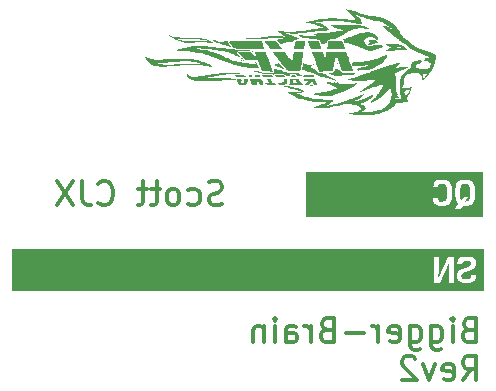
<source format=gbr>
%TF.GenerationSoftware,KiCad,Pcbnew,8.0.1*%
%TF.CreationDate,2024-03-19T23:57:42+08:00*%
%TF.ProjectId,bigger-brain,62696767-6572-42d6-9272-61696e2e6b69,2*%
%TF.SameCoordinates,Original*%
%TF.FileFunction,Legend,Bot*%
%TF.FilePolarity,Positive*%
%FSLAX46Y46*%
G04 Gerber Fmt 4.6, Leading zero omitted, Abs format (unit mm)*
G04 Created by KiCad (PCBNEW 8.0.1) date 2024-03-19 23:57:42*
%MOMM*%
%LPD*%
G01*
G04 APERTURE LIST*
%ADD10C,0.300000*%
%ADD11C,0.000000*%
G04 APERTURE END LIST*
D10*
X100059774Y-113452075D02*
X99774060Y-113547313D01*
X99774060Y-113547313D02*
X99678822Y-113642551D01*
X99678822Y-113642551D02*
X99583584Y-113833027D01*
X99583584Y-113833027D02*
X99583584Y-114118741D01*
X99583584Y-114118741D02*
X99678822Y-114309217D01*
X99678822Y-114309217D02*
X99774060Y-114404456D01*
X99774060Y-114404456D02*
X99964536Y-114499694D01*
X99964536Y-114499694D02*
X100726441Y-114499694D01*
X100726441Y-114499694D02*
X100726441Y-112499694D01*
X100726441Y-112499694D02*
X100059774Y-112499694D01*
X100059774Y-112499694D02*
X99869298Y-112594932D01*
X99869298Y-112594932D02*
X99774060Y-112690170D01*
X99774060Y-112690170D02*
X99678822Y-112880646D01*
X99678822Y-112880646D02*
X99678822Y-113071122D01*
X99678822Y-113071122D02*
X99774060Y-113261598D01*
X99774060Y-113261598D02*
X99869298Y-113356836D01*
X99869298Y-113356836D02*
X100059774Y-113452075D01*
X100059774Y-113452075D02*
X100726441Y-113452075D01*
X98726441Y-114499694D02*
X98726441Y-113166360D01*
X98726441Y-112499694D02*
X98821679Y-112594932D01*
X98821679Y-112594932D02*
X98726441Y-112690170D01*
X98726441Y-112690170D02*
X98631203Y-112594932D01*
X98631203Y-112594932D02*
X98726441Y-112499694D01*
X98726441Y-112499694D02*
X98726441Y-112690170D01*
X96916917Y-113166360D02*
X96916917Y-114785408D01*
X96916917Y-114785408D02*
X97012155Y-114975884D01*
X97012155Y-114975884D02*
X97107393Y-115071122D01*
X97107393Y-115071122D02*
X97297870Y-115166360D01*
X97297870Y-115166360D02*
X97583584Y-115166360D01*
X97583584Y-115166360D02*
X97774060Y-115071122D01*
X96916917Y-114404456D02*
X97107393Y-114499694D01*
X97107393Y-114499694D02*
X97488346Y-114499694D01*
X97488346Y-114499694D02*
X97678822Y-114404456D01*
X97678822Y-114404456D02*
X97774060Y-114309217D01*
X97774060Y-114309217D02*
X97869298Y-114118741D01*
X97869298Y-114118741D02*
X97869298Y-113547313D01*
X97869298Y-113547313D02*
X97774060Y-113356836D01*
X97774060Y-113356836D02*
X97678822Y-113261598D01*
X97678822Y-113261598D02*
X97488346Y-113166360D01*
X97488346Y-113166360D02*
X97107393Y-113166360D01*
X97107393Y-113166360D02*
X96916917Y-113261598D01*
X95107393Y-113166360D02*
X95107393Y-114785408D01*
X95107393Y-114785408D02*
X95202631Y-114975884D01*
X95202631Y-114975884D02*
X95297869Y-115071122D01*
X95297869Y-115071122D02*
X95488346Y-115166360D01*
X95488346Y-115166360D02*
X95774060Y-115166360D01*
X95774060Y-115166360D02*
X95964536Y-115071122D01*
X95107393Y-114404456D02*
X95297869Y-114499694D01*
X95297869Y-114499694D02*
X95678822Y-114499694D01*
X95678822Y-114499694D02*
X95869298Y-114404456D01*
X95869298Y-114404456D02*
X95964536Y-114309217D01*
X95964536Y-114309217D02*
X96059774Y-114118741D01*
X96059774Y-114118741D02*
X96059774Y-113547313D01*
X96059774Y-113547313D02*
X95964536Y-113356836D01*
X95964536Y-113356836D02*
X95869298Y-113261598D01*
X95869298Y-113261598D02*
X95678822Y-113166360D01*
X95678822Y-113166360D02*
X95297869Y-113166360D01*
X95297869Y-113166360D02*
X95107393Y-113261598D01*
X93393107Y-114404456D02*
X93583583Y-114499694D01*
X93583583Y-114499694D02*
X93964536Y-114499694D01*
X93964536Y-114499694D02*
X94155012Y-114404456D01*
X94155012Y-114404456D02*
X94250250Y-114213979D01*
X94250250Y-114213979D02*
X94250250Y-113452075D01*
X94250250Y-113452075D02*
X94155012Y-113261598D01*
X94155012Y-113261598D02*
X93964536Y-113166360D01*
X93964536Y-113166360D02*
X93583583Y-113166360D01*
X93583583Y-113166360D02*
X93393107Y-113261598D01*
X93393107Y-113261598D02*
X93297869Y-113452075D01*
X93297869Y-113452075D02*
X93297869Y-113642551D01*
X93297869Y-113642551D02*
X94250250Y-113833027D01*
X92440726Y-114499694D02*
X92440726Y-113166360D01*
X92440726Y-113547313D02*
X92345488Y-113356836D01*
X92345488Y-113356836D02*
X92250250Y-113261598D01*
X92250250Y-113261598D02*
X92059774Y-113166360D01*
X92059774Y-113166360D02*
X91869297Y-113166360D01*
X91202631Y-113737789D02*
X89678822Y-113737789D01*
X88059774Y-113452075D02*
X87774060Y-113547313D01*
X87774060Y-113547313D02*
X87678822Y-113642551D01*
X87678822Y-113642551D02*
X87583584Y-113833027D01*
X87583584Y-113833027D02*
X87583584Y-114118741D01*
X87583584Y-114118741D02*
X87678822Y-114309217D01*
X87678822Y-114309217D02*
X87774060Y-114404456D01*
X87774060Y-114404456D02*
X87964536Y-114499694D01*
X87964536Y-114499694D02*
X88726441Y-114499694D01*
X88726441Y-114499694D02*
X88726441Y-112499694D01*
X88726441Y-112499694D02*
X88059774Y-112499694D01*
X88059774Y-112499694D02*
X87869298Y-112594932D01*
X87869298Y-112594932D02*
X87774060Y-112690170D01*
X87774060Y-112690170D02*
X87678822Y-112880646D01*
X87678822Y-112880646D02*
X87678822Y-113071122D01*
X87678822Y-113071122D02*
X87774060Y-113261598D01*
X87774060Y-113261598D02*
X87869298Y-113356836D01*
X87869298Y-113356836D02*
X88059774Y-113452075D01*
X88059774Y-113452075D02*
X88726441Y-113452075D01*
X86726441Y-114499694D02*
X86726441Y-113166360D01*
X86726441Y-113547313D02*
X86631203Y-113356836D01*
X86631203Y-113356836D02*
X86535965Y-113261598D01*
X86535965Y-113261598D02*
X86345489Y-113166360D01*
X86345489Y-113166360D02*
X86155012Y-113166360D01*
X84631203Y-114499694D02*
X84631203Y-113452075D01*
X84631203Y-113452075D02*
X84726441Y-113261598D01*
X84726441Y-113261598D02*
X84916917Y-113166360D01*
X84916917Y-113166360D02*
X85297870Y-113166360D01*
X85297870Y-113166360D02*
X85488346Y-113261598D01*
X84631203Y-114404456D02*
X84821679Y-114499694D01*
X84821679Y-114499694D02*
X85297870Y-114499694D01*
X85297870Y-114499694D02*
X85488346Y-114404456D01*
X85488346Y-114404456D02*
X85583584Y-114213979D01*
X85583584Y-114213979D02*
X85583584Y-114023503D01*
X85583584Y-114023503D02*
X85488346Y-113833027D01*
X85488346Y-113833027D02*
X85297870Y-113737789D01*
X85297870Y-113737789D02*
X84821679Y-113737789D01*
X84821679Y-113737789D02*
X84631203Y-113642551D01*
X83678822Y-114499694D02*
X83678822Y-113166360D01*
X83678822Y-112499694D02*
X83774060Y-112594932D01*
X83774060Y-112594932D02*
X83678822Y-112690170D01*
X83678822Y-112690170D02*
X83583584Y-112594932D01*
X83583584Y-112594932D02*
X83678822Y-112499694D01*
X83678822Y-112499694D02*
X83678822Y-112690170D01*
X82726441Y-113166360D02*
X82726441Y-114499694D01*
X82726441Y-113356836D02*
X82631203Y-113261598D01*
X82631203Y-113261598D02*
X82440727Y-113166360D01*
X82440727Y-113166360D02*
X82155012Y-113166360D01*
X82155012Y-113166360D02*
X81964536Y-113261598D01*
X81964536Y-113261598D02*
X81869298Y-113452075D01*
X81869298Y-113452075D02*
X81869298Y-114499694D01*
X99583584Y-117719582D02*
X100250251Y-116767201D01*
X100726441Y-117719582D02*
X100726441Y-115719582D01*
X100726441Y-115719582D02*
X99964536Y-115719582D01*
X99964536Y-115719582D02*
X99774060Y-115814820D01*
X99774060Y-115814820D02*
X99678822Y-115910058D01*
X99678822Y-115910058D02*
X99583584Y-116100534D01*
X99583584Y-116100534D02*
X99583584Y-116386248D01*
X99583584Y-116386248D02*
X99678822Y-116576724D01*
X99678822Y-116576724D02*
X99774060Y-116671963D01*
X99774060Y-116671963D02*
X99964536Y-116767201D01*
X99964536Y-116767201D02*
X100726441Y-116767201D01*
X97964536Y-117624344D02*
X98155012Y-117719582D01*
X98155012Y-117719582D02*
X98535965Y-117719582D01*
X98535965Y-117719582D02*
X98726441Y-117624344D01*
X98726441Y-117624344D02*
X98821679Y-117433867D01*
X98821679Y-117433867D02*
X98821679Y-116671963D01*
X98821679Y-116671963D02*
X98726441Y-116481486D01*
X98726441Y-116481486D02*
X98535965Y-116386248D01*
X98535965Y-116386248D02*
X98155012Y-116386248D01*
X98155012Y-116386248D02*
X97964536Y-116481486D01*
X97964536Y-116481486D02*
X97869298Y-116671963D01*
X97869298Y-116671963D02*
X97869298Y-116862439D01*
X97869298Y-116862439D02*
X98821679Y-117052915D01*
X97202631Y-116386248D02*
X96726441Y-117719582D01*
X96726441Y-117719582D02*
X96250250Y-116386248D01*
X95583583Y-115910058D02*
X95488345Y-115814820D01*
X95488345Y-115814820D02*
X95297869Y-115719582D01*
X95297869Y-115719582D02*
X94821678Y-115719582D01*
X94821678Y-115719582D02*
X94631202Y-115814820D01*
X94631202Y-115814820D02*
X94535964Y-115910058D01*
X94535964Y-115910058D02*
X94440726Y-116100534D01*
X94440726Y-116100534D02*
X94440726Y-116291010D01*
X94440726Y-116291010D02*
X94535964Y-116576724D01*
X94535964Y-116576724D02*
X95678821Y-117719582D01*
X95678821Y-117719582D02*
X94440726Y-117719582D01*
X79221679Y-102814400D02*
X78935965Y-102909638D01*
X78935965Y-102909638D02*
X78459774Y-102909638D01*
X78459774Y-102909638D02*
X78269298Y-102814400D01*
X78269298Y-102814400D02*
X78174060Y-102719161D01*
X78174060Y-102719161D02*
X78078822Y-102528685D01*
X78078822Y-102528685D02*
X78078822Y-102338209D01*
X78078822Y-102338209D02*
X78174060Y-102147733D01*
X78174060Y-102147733D02*
X78269298Y-102052495D01*
X78269298Y-102052495D02*
X78459774Y-101957257D01*
X78459774Y-101957257D02*
X78840727Y-101862019D01*
X78840727Y-101862019D02*
X79031203Y-101766780D01*
X79031203Y-101766780D02*
X79126441Y-101671542D01*
X79126441Y-101671542D02*
X79221679Y-101481066D01*
X79221679Y-101481066D02*
X79221679Y-101290590D01*
X79221679Y-101290590D02*
X79126441Y-101100114D01*
X79126441Y-101100114D02*
X79031203Y-101004876D01*
X79031203Y-101004876D02*
X78840727Y-100909638D01*
X78840727Y-100909638D02*
X78364536Y-100909638D01*
X78364536Y-100909638D02*
X78078822Y-101004876D01*
X76364536Y-102814400D02*
X76555012Y-102909638D01*
X76555012Y-102909638D02*
X76935965Y-102909638D01*
X76935965Y-102909638D02*
X77126441Y-102814400D01*
X77126441Y-102814400D02*
X77221679Y-102719161D01*
X77221679Y-102719161D02*
X77316917Y-102528685D01*
X77316917Y-102528685D02*
X77316917Y-101957257D01*
X77316917Y-101957257D02*
X77221679Y-101766780D01*
X77221679Y-101766780D02*
X77126441Y-101671542D01*
X77126441Y-101671542D02*
X76935965Y-101576304D01*
X76935965Y-101576304D02*
X76555012Y-101576304D01*
X76555012Y-101576304D02*
X76364536Y-101671542D01*
X75221679Y-102909638D02*
X75412155Y-102814400D01*
X75412155Y-102814400D02*
X75507393Y-102719161D01*
X75507393Y-102719161D02*
X75602631Y-102528685D01*
X75602631Y-102528685D02*
X75602631Y-101957257D01*
X75602631Y-101957257D02*
X75507393Y-101766780D01*
X75507393Y-101766780D02*
X75412155Y-101671542D01*
X75412155Y-101671542D02*
X75221679Y-101576304D01*
X75221679Y-101576304D02*
X74935964Y-101576304D01*
X74935964Y-101576304D02*
X74745488Y-101671542D01*
X74745488Y-101671542D02*
X74650250Y-101766780D01*
X74650250Y-101766780D02*
X74555012Y-101957257D01*
X74555012Y-101957257D02*
X74555012Y-102528685D01*
X74555012Y-102528685D02*
X74650250Y-102719161D01*
X74650250Y-102719161D02*
X74745488Y-102814400D01*
X74745488Y-102814400D02*
X74935964Y-102909638D01*
X74935964Y-102909638D02*
X75221679Y-102909638D01*
X73983583Y-101576304D02*
X73221679Y-101576304D01*
X73697869Y-100909638D02*
X73697869Y-102623923D01*
X73697869Y-102623923D02*
X73602631Y-102814400D01*
X73602631Y-102814400D02*
X73412155Y-102909638D01*
X73412155Y-102909638D02*
X73221679Y-102909638D01*
X72840726Y-101576304D02*
X72078822Y-101576304D01*
X72555012Y-100909638D02*
X72555012Y-102623923D01*
X72555012Y-102623923D02*
X72459774Y-102814400D01*
X72459774Y-102814400D02*
X72269298Y-102909638D01*
X72269298Y-102909638D02*
X72078822Y-102909638D01*
X68745488Y-102719161D02*
X68840726Y-102814400D01*
X68840726Y-102814400D02*
X69126440Y-102909638D01*
X69126440Y-102909638D02*
X69316916Y-102909638D01*
X69316916Y-102909638D02*
X69602631Y-102814400D01*
X69602631Y-102814400D02*
X69793107Y-102623923D01*
X69793107Y-102623923D02*
X69888345Y-102433447D01*
X69888345Y-102433447D02*
X69983583Y-102052495D01*
X69983583Y-102052495D02*
X69983583Y-101766780D01*
X69983583Y-101766780D02*
X69888345Y-101385828D01*
X69888345Y-101385828D02*
X69793107Y-101195352D01*
X69793107Y-101195352D02*
X69602631Y-101004876D01*
X69602631Y-101004876D02*
X69316916Y-100909638D01*
X69316916Y-100909638D02*
X69126440Y-100909638D01*
X69126440Y-100909638D02*
X68840726Y-101004876D01*
X68840726Y-101004876D02*
X68745488Y-101100114D01*
X67316916Y-100909638D02*
X67316916Y-102338209D01*
X67316916Y-102338209D02*
X67412155Y-102623923D01*
X67412155Y-102623923D02*
X67602631Y-102814400D01*
X67602631Y-102814400D02*
X67888345Y-102909638D01*
X67888345Y-102909638D02*
X68078821Y-102909638D01*
X66555011Y-100909638D02*
X65221678Y-102909638D01*
X65221678Y-100909638D02*
X66555011Y-102909638D01*
D11*
%TO.C,G\u002A\u002A\u002A*%
G36*
X77878711Y-89759357D02*
G01*
X77861121Y-89776947D01*
X77843531Y-89759357D01*
X77861121Y-89741767D01*
X77878711Y-89759357D01*
G37*
G36*
X78019431Y-89759357D02*
G01*
X78001841Y-89776947D01*
X77984251Y-89759357D01*
X78001841Y-89741767D01*
X78019431Y-89759357D01*
G37*
G36*
X80798655Y-91799801D02*
G01*
X80781065Y-91817391D01*
X80763475Y-91799801D01*
X80781065Y-91782211D01*
X80798655Y-91799801D01*
G37*
G36*
X80833835Y-90568499D02*
G01*
X80816245Y-90586089D01*
X80798655Y-90568499D01*
X80816245Y-90550909D01*
X80833835Y-90568499D01*
G37*
G36*
X81150456Y-90744399D02*
G01*
X81132866Y-90761989D01*
X81115276Y-90744399D01*
X81132866Y-90726809D01*
X81150456Y-90744399D01*
G37*
G36*
X81678157Y-90814759D02*
G01*
X81660567Y-90832349D01*
X81642977Y-90814759D01*
X81660567Y-90797169D01*
X81678157Y-90814759D01*
G37*
G36*
X82135497Y-90920299D02*
G01*
X82117907Y-90937889D01*
X82100317Y-90920299D01*
X82117907Y-90902709D01*
X82135497Y-90920299D01*
G37*
G36*
X82311398Y-92644122D02*
G01*
X82293808Y-92661712D01*
X82276218Y-92644122D01*
X82293808Y-92626532D01*
X82311398Y-92644122D01*
G37*
G36*
X84809182Y-92644122D02*
G01*
X84791592Y-92661712D01*
X84774002Y-92644122D01*
X84791592Y-92626532D01*
X84809182Y-92644122D01*
G37*
G36*
X86146024Y-92644122D02*
G01*
X86128434Y-92661712D01*
X86110844Y-92644122D01*
X86128434Y-92626532D01*
X86146024Y-92644122D01*
G37*
G36*
X87271786Y-93382903D02*
G01*
X87254196Y-93400493D01*
X87236605Y-93382903D01*
X87254196Y-93365313D01*
X87271786Y-93382903D01*
G37*
G36*
X87658766Y-93312543D02*
G01*
X87641176Y-93330133D01*
X87623586Y-93312543D01*
X87641176Y-93294953D01*
X87658766Y-93312543D01*
G37*
G36*
X88221647Y-88176255D02*
G01*
X88204057Y-88193845D01*
X88186467Y-88176255D01*
X88204057Y-88158665D01*
X88221647Y-88176255D01*
G37*
G36*
X88749348Y-92538582D02*
G01*
X88731758Y-92556172D01*
X88714168Y-92538582D01*
X88731758Y-92520992D01*
X88749348Y-92538582D01*
G37*
G36*
X88925248Y-90638859D02*
G01*
X88907658Y-90656449D01*
X88890068Y-90638859D01*
X88907658Y-90621269D01*
X88925248Y-90638859D01*
G37*
G36*
X89206689Y-91412820D02*
G01*
X89189099Y-91430410D01*
X89171509Y-91412820D01*
X89189099Y-91395230D01*
X89206689Y-91412820D01*
G37*
G36*
X89277049Y-92573762D02*
G01*
X89259459Y-92591352D01*
X89241869Y-92573762D01*
X89259459Y-92556172D01*
X89277049Y-92573762D01*
G37*
G36*
X89417769Y-88774316D02*
G01*
X89400179Y-88791906D01*
X89382589Y-88774316D01*
X89400179Y-88756726D01*
X89417769Y-88774316D01*
G37*
G36*
X90402810Y-91377640D02*
G01*
X90385220Y-91395230D01*
X90367630Y-91377640D01*
X90385220Y-91360050D01*
X90402810Y-91377640D01*
G37*
G36*
X90437991Y-91307280D02*
G01*
X90420401Y-91324870D01*
X90402810Y-91307280D01*
X90420401Y-91289690D01*
X90437991Y-91307280D01*
G37*
G36*
X90508351Y-91307280D02*
G01*
X90490761Y-91324870D01*
X90473171Y-91307280D01*
X90490761Y-91289690D01*
X90508351Y-91307280D01*
G37*
G36*
X90543531Y-91448000D02*
G01*
X90525941Y-91465590D01*
X90508351Y-91448000D01*
X90525941Y-91430410D01*
X90543531Y-91448000D01*
G37*
G36*
X90543531Y-91834981D02*
G01*
X90525941Y-91852571D01*
X90508351Y-91834981D01*
X90525941Y-91817391D01*
X90543531Y-91834981D01*
G37*
G36*
X90613891Y-91729441D02*
G01*
X90596301Y-91747031D01*
X90578711Y-91729441D01*
X90596301Y-91711851D01*
X90613891Y-91729441D01*
G37*
G36*
X90649071Y-92538582D02*
G01*
X90631481Y-92556172D01*
X90613891Y-92538582D01*
X90631481Y-92520992D01*
X90649071Y-92538582D01*
G37*
G36*
X90824971Y-86944953D02*
G01*
X90807381Y-86962543D01*
X90789791Y-86944953D01*
X90807381Y-86927363D01*
X90824971Y-86944953D01*
G37*
G36*
X91211952Y-93875424D02*
G01*
X91194362Y-93893014D01*
X91176772Y-93875424D01*
X91194362Y-93857834D01*
X91211952Y-93875424D01*
G37*
G36*
X91528572Y-89020576D02*
G01*
X91510982Y-89038166D01*
X91493392Y-89020576D01*
X91510982Y-89002986D01*
X91528572Y-89020576D01*
G37*
G36*
X91528572Y-93699524D02*
G01*
X91510982Y-93717114D01*
X91493392Y-93699524D01*
X91510982Y-93681934D01*
X91528572Y-93699524D01*
G37*
G36*
X92619154Y-94719745D02*
G01*
X92601564Y-94737335D01*
X92583974Y-94719745D01*
X92601564Y-94702155D01*
X92619154Y-94719745D01*
G37*
G36*
X93463475Y-89548277D02*
G01*
X93445885Y-89565867D01*
X93428295Y-89548277D01*
X93445885Y-89530687D01*
X93463475Y-89548277D01*
G37*
G36*
X94026356Y-91729441D02*
G01*
X94008766Y-91747031D01*
X93991176Y-91729441D01*
X94008766Y-91711851D01*
X94026356Y-91729441D01*
G37*
G36*
X94202256Y-93664344D02*
G01*
X94184666Y-93681934D01*
X94167076Y-93664344D01*
X94184666Y-93646754D01*
X94202256Y-93664344D01*
G37*
G36*
X94307797Y-93699524D02*
G01*
X94290207Y-93717114D01*
X94272617Y-93699524D01*
X94290207Y-93681934D01*
X94307797Y-93699524D01*
G37*
G36*
X94589237Y-89864898D02*
G01*
X94571647Y-89882488D01*
X94554057Y-89864898D01*
X94571647Y-89847308D01*
X94589237Y-89864898D01*
G37*
G36*
X94729957Y-91483180D02*
G01*
X94712367Y-91500770D01*
X94694777Y-91483180D01*
X94712367Y-91465590D01*
X94729957Y-91483180D01*
G37*
G36*
X96594500Y-91307280D02*
G01*
X96576910Y-91324870D01*
X96559320Y-91307280D01*
X96576910Y-91289690D01*
X96594500Y-91307280D01*
G37*
G36*
X81314630Y-90773716D02*
G01*
X81320133Y-90784297D01*
X81291176Y-90797169D01*
X81272552Y-90794630D01*
X81267723Y-90773716D01*
X81272879Y-90769505D01*
X81314630Y-90773716D01*
G37*
G36*
X81438493Y-90773137D02*
G01*
X81454776Y-90785800D01*
X81417238Y-90794392D01*
X81381556Y-90791904D01*
X81371064Y-90775914D01*
X81383510Y-90768943D01*
X81438493Y-90773137D01*
G37*
G36*
X82053411Y-90844076D02*
G01*
X82058914Y-90854657D01*
X82029957Y-90867529D01*
X82011333Y-90864990D01*
X82006504Y-90844076D01*
X82011660Y-90839865D01*
X82053411Y-90844076D01*
G37*
G36*
X85852857Y-88416652D02*
G01*
X85858360Y-88427234D01*
X85829403Y-88440105D01*
X85810779Y-88437567D01*
X85805950Y-88416652D01*
X85811106Y-88412442D01*
X85852857Y-88416652D01*
G37*
G36*
X86415738Y-88416652D02*
G01*
X86421241Y-88427234D01*
X86392284Y-88440105D01*
X86373660Y-88437567D01*
X86368831Y-88416652D01*
X86373987Y-88412442D01*
X86415738Y-88416652D01*
G37*
G36*
X89019062Y-92532719D02*
G01*
X89024565Y-92543300D01*
X88995608Y-92556172D01*
X88976984Y-92553633D01*
X88972155Y-92532719D01*
X88977311Y-92528508D01*
X89019062Y-92532719D01*
G37*
G36*
X90473171Y-91817391D02*
G01*
X90470632Y-91836015D01*
X90449717Y-91840844D01*
X90445507Y-91835688D01*
X90449717Y-91793937D01*
X90460299Y-91788434D01*
X90473171Y-91817391D01*
G37*
G36*
X90508351Y-91571130D02*
G01*
X90505812Y-91589755D01*
X90484897Y-91594584D01*
X90480687Y-91589427D01*
X90484897Y-91547677D01*
X90495479Y-91542173D01*
X90508351Y-91571130D01*
G37*
G36*
X90649071Y-91641490D02*
G01*
X90646532Y-91660115D01*
X90625618Y-91664944D01*
X90621407Y-91659788D01*
X90625618Y-91618037D01*
X90636199Y-91612533D01*
X90649071Y-91641490D01*
G37*
G36*
X90796387Y-91511918D02*
G01*
X90812671Y-91524581D01*
X90775133Y-91533173D01*
X90739451Y-91530685D01*
X90728959Y-91514696D01*
X90741405Y-91507724D01*
X90796387Y-91511918D01*
G37*
G36*
X92607427Y-92814159D02*
G01*
X92612931Y-92824740D01*
X92583974Y-92837612D01*
X92565350Y-92835073D01*
X92560521Y-92814159D01*
X92565677Y-92809949D01*
X92607427Y-92814159D01*
G37*
G36*
X93240668Y-91055156D02*
G01*
X93246172Y-91065738D01*
X93217215Y-91078610D01*
X93198591Y-91076071D01*
X93193762Y-91055156D01*
X93198918Y-91050946D01*
X93240668Y-91055156D01*
G37*
G36*
X80884778Y-90467125D02*
G01*
X80911780Y-90479308D01*
X80939376Y-90501903D01*
X80929625Y-90515009D01*
X80889302Y-90510115D01*
X80851674Y-90480952D01*
X80848463Y-90464667D01*
X80884778Y-90467125D01*
G37*
G36*
X80960325Y-90580653D02*
G01*
X80955651Y-90587815D01*
X80920891Y-90620214D01*
X80904196Y-90605755D01*
X80907340Y-90597842D01*
X80944811Y-90565139D01*
X80964471Y-90556580D01*
X80960325Y-90580653D01*
G37*
G36*
X81065411Y-90624163D02*
G01*
X81039877Y-90660308D01*
X81007729Y-90679995D01*
X80983503Y-90684304D01*
X80996936Y-90639061D01*
X81011954Y-90615541D01*
X81052358Y-90608278D01*
X81065411Y-90624163D01*
G37*
G36*
X86401666Y-89209701D02*
G01*
X86406211Y-89214334D01*
X86423072Y-89240106D01*
X86381972Y-89229395D01*
X86349141Y-89211850D01*
X86338583Y-89185681D01*
X86355540Y-89181913D01*
X86401666Y-89209701D01*
G37*
G36*
X87036460Y-91755099D02*
G01*
X87087928Y-91797031D01*
X87121189Y-91832611D01*
X87123890Y-91843901D01*
X87071100Y-91813859D01*
X87023500Y-91778291D01*
X87010373Y-91750456D01*
X87036460Y-91755099D01*
G37*
G36*
X90467841Y-91382025D02*
G01*
X90457027Y-91428070D01*
X90440481Y-91451252D01*
X90416849Y-91460873D01*
X90425851Y-91411303D01*
X90439062Y-91385653D01*
X90463449Y-91373782D01*
X90467841Y-91382025D01*
G37*
G36*
X80853458Y-90622852D02*
G01*
X80886605Y-90656449D01*
X80893158Y-90668904D01*
X80890758Y-90691629D01*
X80884573Y-90690046D01*
X80851425Y-90656449D01*
X80844873Y-90643993D01*
X80847273Y-90621269D01*
X80853458Y-90622852D01*
G37*
G36*
X84009276Y-90908085D02*
G01*
X84017630Y-90937889D01*
X84010420Y-90948533D01*
X83982450Y-90973069D01*
X83977362Y-90971414D01*
X83947270Y-90937889D01*
X83944453Y-90919257D01*
X83982450Y-90902709D01*
X84009276Y-90908085D01*
G37*
G36*
X89512401Y-89354228D02*
G01*
X89624622Y-89671407D01*
X88858666Y-89671407D01*
X88092710Y-89671407D01*
X88149083Y-89363582D01*
X88205456Y-89055756D01*
X88802817Y-89046402D01*
X89400179Y-89037049D01*
X89512401Y-89354228D01*
G37*
G36*
X89003744Y-90868881D02*
G01*
X89030788Y-90902709D01*
X89030385Y-90910671D01*
X89015275Y-90937889D01*
X89009631Y-90936270D01*
X88978018Y-90902709D01*
X88972521Y-90889082D01*
X88993532Y-90867529D01*
X89003744Y-90868881D01*
G37*
G36*
X81668394Y-91891005D02*
G01*
X81735958Y-91916013D01*
X81778050Y-91977356D01*
X81805844Y-92042645D01*
X81818877Y-92082896D01*
X81812589Y-92087392D01*
X81757689Y-92095584D01*
X81664670Y-92098831D01*
X81566674Y-92093398D01*
X81514085Y-92070226D01*
X81489250Y-92019676D01*
X81478628Y-91978061D01*
X81474106Y-91916386D01*
X81510359Y-91892034D01*
X81602150Y-91887751D01*
X81668394Y-91891005D01*
G37*
G36*
X85317020Y-91895025D02*
G01*
X85417433Y-91939541D01*
X85510022Y-92037266D01*
X85521567Y-92053676D01*
X85527508Y-92078348D01*
X85498496Y-92091913D01*
X85422733Y-92097648D01*
X85288420Y-92098831D01*
X85264410Y-92098800D01*
X85136374Y-92096188D01*
X85062436Y-92086995D01*
X85028447Y-92067882D01*
X85020262Y-92035507D01*
X85034959Y-91968754D01*
X85105041Y-91908160D01*
X85231654Y-91887751D01*
X85317020Y-91895025D01*
G37*
G36*
X82279613Y-91888482D02*
G01*
X82365941Y-91897755D01*
X82414317Y-91924542D01*
X82446471Y-91977356D01*
X82474265Y-92042645D01*
X82487298Y-92082896D01*
X82486951Y-92083737D01*
X82448667Y-92091374D01*
X82359444Y-92096780D01*
X82236935Y-92098831D01*
X82166960Y-92098658D01*
X82066220Y-92095434D01*
X82015346Y-92084386D01*
X82000485Y-92060729D01*
X82007784Y-92019676D01*
X82020795Y-91966012D01*
X82029477Y-91914136D01*
X82045071Y-91903701D01*
X82113489Y-91892215D01*
X82217801Y-91887751D01*
X82279613Y-91888482D01*
G37*
G36*
X86867945Y-91894001D02*
G01*
X86957744Y-91900798D01*
X86990825Y-91911190D01*
X86995479Y-91945234D01*
X87012519Y-92019676D01*
X87033731Y-92098831D01*
X86554698Y-92098831D01*
X86495459Y-92098768D01*
X86309889Y-92096649D01*
X86184061Y-92089548D01*
X86109569Y-92074804D01*
X86078005Y-92049757D01*
X86080962Y-92011746D01*
X86110034Y-91958111D01*
X86119039Y-91947621D01*
X86162635Y-91926402D01*
X86244722Y-91911325D01*
X86375917Y-91900891D01*
X86566836Y-91893600D01*
X86572496Y-91893445D01*
X86735003Y-91891363D01*
X86867945Y-91894001D01*
G37*
G36*
X83327255Y-89031179D02*
G01*
X83816319Y-89041782D01*
X84048900Y-89338664D01*
X84125010Y-89436808D01*
X84205950Y-89543867D01*
X84261101Y-89620143D01*
X84281481Y-89653476D01*
X84277873Y-89655657D01*
X84224757Y-89661849D01*
X84118035Y-89666848D01*
X83970363Y-89670190D01*
X83794399Y-89671407D01*
X83307316Y-89671407D01*
X83087592Y-89384492D01*
X83022805Y-89299057D01*
X82939521Y-89186401D01*
X82879630Y-89101831D01*
X82853029Y-89059076D01*
X82852504Y-89055988D01*
X82880859Y-89040732D01*
X82966600Y-89031679D01*
X83113980Y-89028578D01*
X83327255Y-89031179D01*
G37*
G36*
X83164208Y-91888446D02*
G01*
X83305932Y-91893964D01*
X83401791Y-91908859D01*
X83466069Y-91937637D01*
X83513049Y-91984801D01*
X83557015Y-92054856D01*
X83559301Y-92065389D01*
X83535577Y-92081442D01*
X83467103Y-92091734D01*
X83345364Y-92097215D01*
X83161841Y-92098831D01*
X83015220Y-92098483D01*
X82883362Y-92095748D01*
X82797804Y-92088181D01*
X82745136Y-92073346D01*
X82711949Y-92048804D01*
X82684834Y-92012119D01*
X82645330Y-91946499D01*
X82628018Y-91906579D01*
X82655606Y-91899718D01*
X82740511Y-91893509D01*
X82869015Y-91889300D01*
X83027136Y-91887751D01*
X83164208Y-91888446D01*
G37*
G36*
X84222823Y-91894412D02*
G01*
X84407270Y-91920560D01*
X84539702Y-91968569D01*
X84628794Y-92040612D01*
X84638749Y-92053837D01*
X84643149Y-92074327D01*
X84617790Y-92087462D01*
X84552523Y-92094851D01*
X84437200Y-92098104D01*
X84261671Y-92098831D01*
X84194643Y-92098737D01*
X84034982Y-92096670D01*
X83926527Y-92090207D01*
X83854923Y-92077138D01*
X83805814Y-92055252D01*
X83764842Y-92022339D01*
X83762855Y-92020463D01*
X83706685Y-91958934D01*
X83683420Y-91916798D01*
X83695048Y-91909227D01*
X83761901Y-91898177D01*
X83874889Y-91890577D01*
X84018760Y-91887751D01*
X84222823Y-91894412D01*
G37*
G36*
X85818728Y-89038166D02*
G01*
X86225472Y-89038166D01*
X86200647Y-89258042D01*
X86188199Y-89361159D01*
X86170928Y-89487201D01*
X86156525Y-89574662D01*
X86137229Y-89671407D01*
X85717095Y-89671407D01*
X85629434Y-89671273D01*
X85479643Y-89669412D01*
X85384256Y-89664022D01*
X85332259Y-89653420D01*
X85312637Y-89635921D01*
X85314377Y-89609842D01*
X85322569Y-89572576D01*
X85338625Y-89474724D01*
X85354473Y-89354787D01*
X85362384Y-89284687D01*
X85377001Y-89173939D01*
X85399573Y-89102391D01*
X85442567Y-89061541D01*
X85518447Y-89042887D01*
X85639679Y-89037930D01*
X85818728Y-89038166D01*
G37*
G36*
X87497703Y-89303853D02*
G01*
X87508213Y-89333433D01*
X87554166Y-89462183D01*
X87591011Y-89564516D01*
X87611569Y-89620474D01*
X87613009Y-89625005D01*
X87606574Y-89644767D01*
X87569252Y-89658141D01*
X87491180Y-89666276D01*
X87362495Y-89670315D01*
X87173336Y-89671407D01*
X86715559Y-89671407D01*
X86606692Y-89370538D01*
X86582388Y-89302973D01*
X86539006Y-89180043D01*
X86509019Y-89091793D01*
X86497824Y-89053917D01*
X86498811Y-89052876D01*
X86542358Y-89047125D01*
X86640925Y-89042453D01*
X86781382Y-89039314D01*
X86950603Y-89038166D01*
X87403382Y-89038166D01*
X87497703Y-89303853D01*
G37*
G36*
X80823301Y-91889564D02*
G01*
X80965793Y-91899211D01*
X81068545Y-91919368D01*
X81149130Y-91952486D01*
X81169829Y-91964074D01*
X81245805Y-92016169D01*
X81283438Y-92058027D01*
X81270861Y-92075502D01*
X81207461Y-92088897D01*
X81086079Y-92096456D01*
X80900600Y-92098831D01*
X80866749Y-92098806D01*
X80701559Y-92097085D01*
X80589396Y-92090951D01*
X80515427Y-92078032D01*
X80464818Y-92055953D01*
X80422737Y-92022339D01*
X80420749Y-92020463D01*
X80364579Y-91958934D01*
X80341315Y-91916798D01*
X80354698Y-91908784D01*
X80424009Y-91897948D01*
X80539089Y-91890512D01*
X80684869Y-91887751D01*
X80823301Y-91889564D01*
G37*
G36*
X84131752Y-90971013D02*
G01*
X84196398Y-91043468D01*
X84292066Y-91164949D01*
X84339938Y-91227881D01*
X84418333Y-91334722D01*
X84472405Y-91413642D01*
X84492561Y-91450955D01*
X84476118Y-91453082D01*
X84428226Y-91418273D01*
X84376516Y-91382393D01*
X84307484Y-91360050D01*
X84275717Y-91352491D01*
X84188098Y-91318536D01*
X84065294Y-91263535D01*
X83923273Y-91194375D01*
X83595470Y-91028701D01*
X83736190Y-90987812D01*
X83766439Y-90979965D01*
X83864302Y-90966558D01*
X83929658Y-90975099D01*
X83965799Y-90983840D01*
X84036989Y-90953879D01*
X84055881Y-90940371D01*
X84088217Y-90939381D01*
X84131752Y-90971013D01*
G37*
G36*
X84738822Y-92360720D02*
G01*
X84737580Y-92396368D01*
X84696326Y-92551331D01*
X84600843Y-92665446D01*
X84456825Y-92731229D01*
X84441198Y-92734831D01*
X84252767Y-92762574D01*
X84112215Y-92748139D01*
X84011103Y-92690760D01*
X84009115Y-92688884D01*
X83952945Y-92627355D01*
X83929680Y-92585220D01*
X83946916Y-92573269D01*
X84017197Y-92560948D01*
X84123171Y-92556172D01*
X84238915Y-92547778D01*
X84367713Y-92503590D01*
X84438454Y-92422689D01*
X84449366Y-92306430D01*
X84444588Y-92269206D01*
X84450752Y-92224509D01*
X84492257Y-92207236D01*
X84586604Y-92204371D01*
X84738822Y-92204371D01*
X84738822Y-92360720D01*
G37*
G36*
X83262357Y-92207028D02*
G01*
X83316228Y-92226120D01*
X83352356Y-92278312D01*
X83391200Y-92380272D01*
X83413152Y-92439591D01*
X83450892Y-92515534D01*
X83493720Y-92548807D01*
X83557485Y-92556172D01*
X83632048Y-92572185D01*
X83722203Y-92619008D01*
X83794515Y-92680001D01*
X83824140Y-92738205D01*
X83796871Y-92748745D01*
X83712266Y-92758345D01*
X83584026Y-92764855D01*
X83426151Y-92767252D01*
X83283699Y-92766955D01*
X83156529Y-92764017D01*
X83072450Y-92755231D01*
X83016290Y-92737390D01*
X82972880Y-92707287D01*
X82927049Y-92661712D01*
X82825935Y-92556172D01*
X82990684Y-92556172D01*
X83155432Y-92556172D01*
X83088595Y-92380272D01*
X83021759Y-92204371D01*
X83175242Y-92204371D01*
X83262357Y-92207028D01*
G37*
G36*
X82575248Y-89038474D02*
G01*
X82687470Y-89354941D01*
X82799691Y-89671407D01*
X81575247Y-89671407D01*
X81288859Y-89671308D01*
X81017588Y-89670709D01*
X80802827Y-89669198D01*
X80637153Y-89666366D01*
X80513146Y-89661803D01*
X80423383Y-89655099D01*
X80360442Y-89645844D01*
X80316903Y-89633629D01*
X80285343Y-89618043D01*
X80258340Y-89598676D01*
X80244959Y-89587307D01*
X80173099Y-89513785D01*
X80080414Y-89407223D01*
X79982697Y-89286906D01*
X79895741Y-89172117D01*
X79835338Y-89082141D01*
X79834368Y-89077989D01*
X79850954Y-89067251D01*
X79900663Y-89058507D01*
X79988814Y-89051587D01*
X80120725Y-89046318D01*
X80301715Y-89042528D01*
X80537104Y-89040047D01*
X80832211Y-89038701D01*
X81192355Y-89038320D01*
X82575248Y-89038474D01*
G37*
G36*
X91995472Y-88914532D02*
G01*
X92059810Y-88925260D01*
X92233132Y-88966457D01*
X92342342Y-89016799D01*
X92392015Y-89078171D01*
X92403043Y-89121752D01*
X92402491Y-89155605D01*
X92389037Y-89160864D01*
X92321658Y-89185015D01*
X92211538Y-89223594D01*
X92073863Y-89271257D01*
X91965500Y-89306930D01*
X91785442Y-89357114D01*
X91647669Y-89382533D01*
X91559580Y-89382057D01*
X91528572Y-89354554D01*
X91530583Y-89343276D01*
X91561047Y-89298027D01*
X91634073Y-89227781D01*
X91757243Y-89124923D01*
X91794543Y-89091217D01*
X91786464Y-89088651D01*
X91773235Y-89091791D01*
X91715757Y-89071506D01*
X91659476Y-89022433D01*
X91634112Y-88968089D01*
X91634891Y-88962895D01*
X91675301Y-88932811D01*
X91762407Y-88912715D01*
X91875901Y-88905619D01*
X91995472Y-88914532D01*
G37*
G36*
X86986508Y-92823972D02*
G01*
X87078452Y-92846658D01*
X87097269Y-92848911D01*
X87112495Y-92855459D01*
X87065815Y-92860466D01*
X86963645Y-92863017D01*
X86949522Y-92863081D01*
X86824401Y-92859157D01*
X86730981Y-92848488D01*
X86688568Y-92833169D01*
X86681519Y-92824837D01*
X86680293Y-92824740D01*
X86785488Y-92824740D01*
X86814445Y-92837612D01*
X86833069Y-92835073D01*
X86837898Y-92814159D01*
X86832742Y-92809949D01*
X86790991Y-92814159D01*
X86785488Y-92824740D01*
X86680293Y-92824740D01*
X86636517Y-92821276D01*
X86622458Y-92824096D01*
X86623790Y-92790139D01*
X86641653Y-92765685D01*
X86702542Y-92747727D01*
X86734288Y-92747249D01*
X86796855Y-92717451D01*
X86812917Y-92700335D01*
X86825358Y-92691421D01*
X86824973Y-92692209D01*
X86839128Y-92734087D01*
X86899853Y-92782228D01*
X86966138Y-92814159D01*
X86986508Y-92823972D01*
G37*
G36*
X81396716Y-92360720D02*
G01*
X81396157Y-92384996D01*
X81358589Y-92540962D01*
X81264057Y-92656243D01*
X81115276Y-92727299D01*
X81073082Y-92736920D01*
X80945140Y-92755320D01*
X80810526Y-92764079D01*
X80628906Y-92767252D01*
X80537881Y-92529041D01*
X80533276Y-92516957D01*
X80489561Y-92398652D01*
X80458605Y-92308502D01*
X80446855Y-92265190D01*
X80459755Y-92250055D01*
X80522467Y-92237749D01*
X80617547Y-92238057D01*
X80722799Y-92249290D01*
X80816029Y-92269759D01*
X80875040Y-92297774D01*
X80927645Y-92357243D01*
X80928887Y-92400642D01*
X80866436Y-92415452D01*
X80818723Y-92429979D01*
X80803556Y-92472776D01*
X80830131Y-92520615D01*
X80893597Y-92549540D01*
X80951763Y-92545967D01*
X81037260Y-92495971D01*
X81093389Y-92409099D01*
X81102230Y-92306247D01*
X81094611Y-92263476D01*
X81100239Y-92222387D01*
X81142912Y-92206812D01*
X81239286Y-92204371D01*
X81396716Y-92204371D01*
X81396716Y-92360720D01*
G37*
G36*
X82532581Y-89952996D02*
G01*
X82695833Y-89955064D01*
X82805218Y-89960749D01*
X82872373Y-89971542D01*
X82908931Y-89988933D01*
X82926527Y-90014413D01*
X82931283Y-90026609D01*
X82961775Y-90108021D01*
X83012606Y-90246180D01*
X83081115Y-90433788D01*
X83164643Y-90663550D01*
X83260530Y-90928168D01*
X83366116Y-91220346D01*
X83506153Y-91608343D01*
X83043165Y-91598532D01*
X82580176Y-91588720D01*
X82414269Y-91131380D01*
X82248361Y-90674039D01*
X81760974Y-90663544D01*
X81273586Y-90653049D01*
X80921786Y-90321948D01*
X80569985Y-89990848D01*
X81127116Y-89989438D01*
X81684247Y-89988028D01*
X81909872Y-90204684D01*
X81919381Y-90213803D01*
X82030757Y-90317080D01*
X82098767Y-90369689D01*
X82127845Y-90372258D01*
X82122425Y-90325415D01*
X82086942Y-90229790D01*
X82084845Y-90224648D01*
X82044522Y-90119961D01*
X82014211Y-90032003D01*
X81990036Y-89952848D01*
X82445983Y-89952848D01*
X82532581Y-89952996D01*
G37*
G36*
X78499638Y-88910776D02*
G01*
X78592854Y-88955696D01*
X78752881Y-89024647D01*
X79013295Y-89080361D01*
X79298634Y-89074848D01*
X79303967Y-89074221D01*
X79435581Y-89056795D01*
X79542681Y-89039205D01*
X79602533Y-89025168D01*
X79620903Y-89026201D01*
X79674062Y-89065851D01*
X79735507Y-89139322D01*
X79791230Y-89226103D01*
X79827228Y-89305683D01*
X79829495Y-89357551D01*
X79825904Y-89372745D01*
X79858855Y-89389967D01*
X79908917Y-89408796D01*
X79974311Y-89462965D01*
X79974914Y-89463631D01*
X80016705Y-89513442D01*
X80006438Y-89526359D01*
X79935789Y-89513245D01*
X79912381Y-89507989D01*
X79784391Y-89475843D01*
X79623252Y-89431580D01*
X79443392Y-89379595D01*
X79259239Y-89324281D01*
X79085220Y-89270034D01*
X78935763Y-89221248D01*
X78825295Y-89182317D01*
X78768245Y-89157635D01*
X78707419Y-89126243D01*
X78642936Y-89108526D01*
X78635394Y-89107452D01*
X78580509Y-89072319D01*
X78517514Y-89002986D01*
X78474560Y-88941460D01*
X78461876Y-88904982D01*
X78499638Y-88910776D01*
G37*
G36*
X81787108Y-92207377D02*
G01*
X81851133Y-92227697D01*
X81879044Y-92274731D01*
X81879660Y-92277042D01*
X81911206Y-92336175D01*
X81944284Y-92334817D01*
X81959597Y-92273309D01*
X81961277Y-92248825D01*
X81976858Y-92223480D01*
X82020590Y-92210844D01*
X82106509Y-92207929D01*
X82248653Y-92211744D01*
X82537709Y-92221961D01*
X82635337Y-92485812D01*
X82648634Y-92521821D01*
X82691647Y-92639463D01*
X82721808Y-92723776D01*
X82733262Y-92758457D01*
X82727579Y-92760854D01*
X82673855Y-92765434D01*
X82581754Y-92767252D01*
X82429950Y-92767252D01*
X82348700Y-92537102D01*
X82345395Y-92527795D01*
X82303326Y-92418853D01*
X82269008Y-92346084D01*
X82249593Y-92324809D01*
X82237746Y-92352996D01*
X82215725Y-92434134D01*
X82191113Y-92546164D01*
X82150489Y-92749662D01*
X81954634Y-92760060D01*
X81758778Y-92770457D01*
X81665697Y-92508263D01*
X81654411Y-92476317D01*
X81612795Y-92355524D01*
X81583617Y-92266010D01*
X81572617Y-92225220D01*
X81576791Y-92220243D01*
X81627267Y-92208900D01*
X81716630Y-92204371D01*
X81787108Y-92207377D01*
G37*
G36*
X85242375Y-92380272D02*
G01*
X85221542Y-92556172D01*
X85384752Y-92556172D01*
X85436470Y-92554710D01*
X85516449Y-92544558D01*
X85547963Y-92527922D01*
X85540341Y-92507188D01*
X85500995Y-92440829D01*
X85439379Y-92352022D01*
X85330796Y-92204371D01*
X85486458Y-92204371D01*
X85518207Y-92204561D01*
X85582080Y-92210013D01*
X85634728Y-92230704D01*
X85689647Y-92276794D01*
X85760332Y-92358443D01*
X85860276Y-92485812D01*
X86078432Y-92767252D01*
X85727801Y-92767252D01*
X85701133Y-92767240D01*
X85548595Y-92765756D01*
X85448610Y-92759488D01*
X85385579Y-92745168D01*
X85343904Y-92719528D01*
X85307988Y-92679302D01*
X85305445Y-92676088D01*
X85251775Y-92616133D01*
X85217484Y-92591352D01*
X85203478Y-92613128D01*
X85196162Y-92679302D01*
X85196112Y-92686961D01*
X85186402Y-92739809D01*
X85146106Y-92762452D01*
X85055442Y-92767252D01*
X85020572Y-92767088D01*
X84960024Y-92761078D01*
X84926872Y-92736852D01*
X84917289Y-92681635D01*
X84927445Y-92582652D01*
X84953513Y-92427128D01*
X84992305Y-92204371D01*
X85127756Y-92204371D01*
X85263207Y-92204371D01*
X85242375Y-92380272D01*
G37*
G36*
X87179274Y-92464963D02*
G01*
X87189957Y-92495209D01*
X87231571Y-92616309D01*
X87260770Y-92706607D01*
X87271786Y-92748426D01*
X87266938Y-92753890D01*
X87215172Y-92762269D01*
X87125005Y-92760480D01*
X87080286Y-92756609D01*
X87007053Y-92738945D01*
X86964681Y-92693480D01*
X86928583Y-92600147D01*
X86913188Y-92556988D01*
X86879001Y-92480798D01*
X86854018Y-92450632D01*
X86823938Y-92469341D01*
X86758207Y-92526592D01*
X86673725Y-92608942D01*
X86590936Y-92689449D01*
X86519020Y-92740891D01*
X86444791Y-92762716D01*
X86342455Y-92767252D01*
X86166554Y-92767252D01*
X86314599Y-92616405D01*
X86346237Y-92583903D01*
X86424967Y-92496946D01*
X86455394Y-92445773D01*
X86440556Y-92421520D01*
X86383489Y-92415320D01*
X86357672Y-92412876D01*
X86270008Y-92384967D01*
X86177912Y-92336918D01*
X86105194Y-92282606D01*
X86075664Y-92235907D01*
X86077379Y-92230296D01*
X86121944Y-92213598D01*
X86213664Y-92208973D01*
X86334790Y-92214636D01*
X86467575Y-92228806D01*
X86594270Y-92249697D01*
X86697129Y-92275528D01*
X86758403Y-92304514D01*
X86795132Y-92334959D01*
X86815744Y-92337740D01*
X86805671Y-92283526D01*
X86801422Y-92264958D01*
X86803603Y-92224635D01*
X86843066Y-92207771D01*
X86936307Y-92204371D01*
X87086762Y-92204371D01*
X87179274Y-92464963D01*
G37*
G36*
X88863456Y-91409257D02*
G01*
X88919164Y-91420676D01*
X89075903Y-91458385D01*
X89180045Y-91496532D01*
X89245139Y-91541201D01*
X89284732Y-91598479D01*
X89285880Y-91600880D01*
X89307183Y-91639988D01*
X89335314Y-91667050D01*
X89382962Y-91685159D01*
X89462819Y-91697406D01*
X89587573Y-91706883D01*
X89769915Y-91716680D01*
X89775177Y-91716950D01*
X89950125Y-91727582D01*
X90104315Y-91739921D01*
X90221232Y-91752457D01*
X90284360Y-91763682D01*
X90355155Y-91764946D01*
X90416285Y-91707050D01*
X90417137Y-91705838D01*
X90456741Y-91660604D01*
X90473171Y-91663706D01*
X90472588Y-91668732D01*
X90444391Y-91722935D01*
X90386900Y-91794664D01*
X90351462Y-91829647D01*
X90291034Y-91867131D01*
X90208206Y-91885038D01*
X90079075Y-91890833D01*
X89981620Y-91894070D01*
X89818964Y-91905385D01*
X89681619Y-91921312D01*
X89595623Y-91930985D01*
X89446671Y-91941302D01*
X89268247Y-91949175D01*
X89082588Y-91953410D01*
X88949749Y-91954516D01*
X88806616Y-91952809D01*
X88703534Y-91944635D01*
X88622647Y-91927120D01*
X88546100Y-91897389D01*
X88456039Y-91852571D01*
X88353950Y-91802469D01*
X88254195Y-91759581D01*
X88193159Y-91740693D01*
X88187849Y-91739771D01*
X88205828Y-91733508D01*
X88278640Y-91724478D01*
X88393922Y-91714308D01*
X88494072Y-91705411D01*
X88602682Y-91686156D01*
X88667606Y-91650752D01*
X88705082Y-91588304D01*
X88731352Y-91487916D01*
X88748622Y-91428368D01*
X88785374Y-91400726D01*
X88863456Y-91409257D01*
G37*
G36*
X84833156Y-90353473D02*
G01*
X84913686Y-90456325D01*
X85022113Y-90588661D01*
X85097297Y-90669907D01*
X85143430Y-90704401D01*
X85164702Y-90696478D01*
X85171632Y-90670363D01*
X85188683Y-90580210D01*
X85209418Y-90449224D01*
X85230794Y-90295853D01*
X85275577Y-89952848D01*
X85695581Y-89952848D01*
X85783855Y-89952984D01*
X85933363Y-89954846D01*
X86028483Y-89960236D01*
X86080211Y-89970837D01*
X86099545Y-89988334D01*
X86097483Y-90014413D01*
X86093418Y-90032125D01*
X86078706Y-90114915D01*
X86057698Y-90247060D01*
X86032567Y-90414625D01*
X86005489Y-90603679D01*
X85997290Y-90661542D01*
X85951316Y-90957743D01*
X85907234Y-91189688D01*
X85863785Y-91362517D01*
X85819714Y-91481369D01*
X85773765Y-91551383D01*
X85755864Y-91565447D01*
X85703698Y-91585387D01*
X85617295Y-91597928D01*
X85484639Y-91604444D01*
X85293715Y-91606310D01*
X85177300Y-91606040D01*
X85030656Y-91603329D01*
X84930061Y-91595641D01*
X84860325Y-91580494D01*
X84806258Y-91555404D01*
X84752670Y-91517891D01*
X84745145Y-91511420D01*
X84692483Y-91455165D01*
X84608136Y-91356359D01*
X84499017Y-91223838D01*
X84372038Y-91066434D01*
X84234111Y-90892981D01*
X84092148Y-90712315D01*
X83953062Y-90533267D01*
X83823764Y-90364674D01*
X83711167Y-90215367D01*
X83622182Y-90094182D01*
X83563722Y-90009953D01*
X83542700Y-89971512D01*
X83546611Y-89969157D01*
X83600545Y-89962742D01*
X83707968Y-89957566D01*
X83856262Y-89954107D01*
X84032809Y-89952848D01*
X84522919Y-89952848D01*
X84833156Y-90353473D01*
G37*
G36*
X87278151Y-89960625D02*
G01*
X87740890Y-89970438D01*
X87828089Y-90208636D01*
X87834291Y-90225404D01*
X87878273Y-90334655D01*
X87913836Y-90407292D01*
X87933778Y-90428344D01*
X87947212Y-90393523D01*
X87968636Y-90307018D01*
X87991983Y-90190146D01*
X88031700Y-89970438D01*
X88879044Y-89961026D01*
X89100898Y-89958772D01*
X89316599Y-89957540D01*
X89477275Y-89958487D01*
X89591378Y-89962124D01*
X89667360Y-89968961D01*
X89713672Y-89979512D01*
X89738765Y-89994286D01*
X89751090Y-90013796D01*
X89751959Y-90016006D01*
X89774546Y-90076409D01*
X89814951Y-90186886D01*
X89867722Y-90332456D01*
X89927404Y-90498139D01*
X89981904Y-90649602D01*
X90061413Y-90869830D01*
X90139177Y-91084515D01*
X90204215Y-91263305D01*
X90329412Y-91606310D01*
X89864796Y-91605896D01*
X89400179Y-91605482D01*
X89138507Y-90878168D01*
X89101258Y-90775629D01*
X89027896Y-90579770D01*
X88963469Y-90415772D01*
X88911540Y-90292278D01*
X88875673Y-90217928D01*
X88859430Y-90201366D01*
X88859039Y-90202568D01*
X88846607Y-90255733D01*
X88823829Y-90365713D01*
X88793017Y-90520883D01*
X88756481Y-90709620D01*
X88716531Y-90920299D01*
X88591038Y-91588720D01*
X88005504Y-91598349D01*
X87419970Y-91607978D01*
X87384545Y-91510399D01*
X87361792Y-91447571D01*
X87319507Y-91330671D01*
X87262198Y-91172163D01*
X87194318Y-90984362D01*
X87120316Y-90779579D01*
X87046576Y-90575877D01*
X86978265Y-90387891D01*
X86920309Y-90229130D01*
X86877209Y-90111917D01*
X86853462Y-90048575D01*
X86815412Y-89950812D01*
X87278151Y-89960625D01*
G37*
G36*
X94762219Y-89597676D02*
G01*
X94827940Y-89673956D01*
X94834878Y-89731210D01*
X94781003Y-89770412D01*
X94664289Y-89792533D01*
X94482709Y-89798549D01*
X94234236Y-89789431D01*
X94055321Y-89781204D01*
X93936074Y-89781361D01*
X93870502Y-89790441D01*
X93850456Y-89808855D01*
X93823919Y-89834498D01*
X93736121Y-89829538D01*
X93721548Y-89827283D01*
X93603882Y-89824971D01*
X93481065Y-89841590D01*
X93475729Y-89842813D01*
X93362985Y-89859164D01*
X93243996Y-89863153D01*
X93143998Y-89855165D01*
X93088227Y-89835586D01*
X93087118Y-89826623D01*
X93109153Y-89806422D01*
X93166513Y-89771706D01*
X93268479Y-89716983D01*
X93424332Y-89636764D01*
X93440097Y-89628672D01*
X93498878Y-89593155D01*
X93508619Y-89563029D01*
X93464751Y-89525884D01*
X93458898Y-89522639D01*
X94002782Y-89522639D01*
X94044040Y-89555342D01*
X94051225Y-89558872D01*
X94138791Y-89589954D01*
X94246232Y-89615601D01*
X94307150Y-89624546D01*
X94363098Y-89619603D01*
X94378157Y-89587207D01*
X94377619Y-89581181D01*
X94334406Y-89540006D01*
X94222046Y-89511588D01*
X94099297Y-89499000D01*
X94023634Y-89503260D01*
X94002782Y-89522639D01*
X93458898Y-89522639D01*
X93362709Y-89469307D01*
X93298122Y-89440717D01*
X93234681Y-89425147D01*
X93180185Y-89406077D01*
X93106777Y-89357400D01*
X93063609Y-89319645D01*
X93048435Y-89288147D01*
X93083144Y-89266510D01*
X93115314Y-89262087D01*
X93211313Y-89260382D01*
X93355102Y-89263565D01*
X93533662Y-89271301D01*
X93733975Y-89283255D01*
X93925394Y-89297121D01*
X94127948Y-89316487D01*
X94284027Y-89340433D01*
X94407239Y-89372773D01*
X94511190Y-89417318D01*
X94609490Y-89477879D01*
X94715746Y-89558269D01*
X94749873Y-89587207D01*
X94762219Y-89597676D01*
G37*
G36*
X92491910Y-91063400D02*
G01*
X92175428Y-91248244D01*
X92074103Y-91297623D01*
X91822420Y-91385158D01*
X91527010Y-91443102D01*
X91176772Y-91473966D01*
X91070817Y-91478696D01*
X90874241Y-91484617D01*
X90737494Y-91483171D01*
X90653448Y-91473784D01*
X90614976Y-91455886D01*
X90614952Y-91428904D01*
X90620228Y-91420541D01*
X90643626Y-91398821D01*
X90687474Y-91374456D01*
X90759623Y-91344615D01*
X90867928Y-91306465D01*
X91020239Y-91257173D01*
X91224409Y-91193905D01*
X91488289Y-91113830D01*
X91550882Y-91094621D01*
X91693972Y-91047592D01*
X91788871Y-91011802D01*
X91831947Y-90989685D01*
X91819566Y-90983673D01*
X91748097Y-90996199D01*
X91613906Y-91029697D01*
X91435345Y-91076822D01*
X91248205Y-91122442D01*
X91095746Y-91152887D01*
X90959492Y-91171129D01*
X90820964Y-91180141D01*
X90661686Y-91182897D01*
X90304910Y-91184150D01*
X90248320Y-91042718D01*
X90234514Y-91007169D01*
X90216660Y-90955479D01*
X91880373Y-90955479D01*
X91897963Y-90973069D01*
X91915553Y-90955479D01*
X91897963Y-90937889D01*
X91880373Y-90955479D01*
X90216660Y-90955479D01*
X90203931Y-90918628D01*
X90191730Y-90866817D01*
X90211582Y-90851936D01*
X90284665Y-90837807D01*
X90393039Y-90832349D01*
X90429403Y-90831651D01*
X90583783Y-90820956D01*
X90786906Y-90799157D01*
X91023932Y-90768572D01*
X91280025Y-90731517D01*
X91540345Y-90690310D01*
X91790052Y-90647268D01*
X92014310Y-90604708D01*
X92198278Y-90564949D01*
X92327119Y-90530306D01*
X92496831Y-90467921D01*
X92689982Y-90385409D01*
X92859321Y-90302514D01*
X92897224Y-90282419D01*
X93018417Y-90222015D01*
X93114415Y-90179806D01*
X93167146Y-90163928D01*
X93202876Y-90178157D01*
X93213963Y-90238809D01*
X93183290Y-90339326D01*
X93112370Y-90471225D01*
X93103887Y-90484634D01*
X92947901Y-90688427D01*
X92746655Y-90879071D01*
X92641058Y-90955479D01*
X92491910Y-91063400D01*
G37*
G36*
X80349486Y-91701306D02*
G01*
X80527049Y-91702234D01*
X80664168Y-91703820D01*
X80745885Y-91705976D01*
X80886605Y-91712895D01*
X80750952Y-91762279D01*
X80672798Y-91781657D01*
X80537112Y-91802732D01*
X80368917Y-91820990D01*
X80188071Y-91833904D01*
X79936902Y-91849201D01*
X79084531Y-91933215D01*
X78252434Y-92063932D01*
X78128088Y-92087212D01*
X77951160Y-92119760D01*
X77806068Y-92145747D01*
X77705237Y-92162962D01*
X77661092Y-92169191D01*
X77652966Y-92170226D01*
X77645812Y-92197529D01*
X77653024Y-92201699D01*
X77713725Y-92205699D01*
X77820380Y-92198794D01*
X77955713Y-92181857D01*
X78105980Y-92164468D01*
X78343692Y-92148576D01*
X78619659Y-92139220D01*
X78916192Y-92136342D01*
X79215601Y-92139883D01*
X79500197Y-92149787D01*
X79752289Y-92165993D01*
X79954188Y-92188444D01*
X80063102Y-92204946D01*
X80206440Y-92228576D01*
X80298005Y-92248388D01*
X80349240Y-92267969D01*
X80371592Y-92290905D01*
X80376505Y-92320783D01*
X80369261Y-92330230D01*
X80323522Y-92342920D01*
X80230664Y-92352427D01*
X80084884Y-92359087D01*
X79880377Y-92363238D01*
X79611339Y-92365216D01*
X79378062Y-92367282D01*
X79056930Y-92373078D01*
X78722433Y-92381773D01*
X78402477Y-92392623D01*
X78124971Y-92404882D01*
X77929424Y-92414398D01*
X77654003Y-92424805D01*
X77429588Y-92428167D01*
X77244286Y-92424113D01*
X77086206Y-92412275D01*
X76943455Y-92392280D01*
X76804141Y-92363760D01*
X76642144Y-92307876D01*
X76477906Y-92210609D01*
X76345543Y-92088524D01*
X76257606Y-91953493D01*
X76226645Y-91817391D01*
X76227779Y-91729441D01*
X76309381Y-91829185D01*
X76396091Y-91923678D01*
X76514705Y-92007765D01*
X76655499Y-92050776D01*
X76840899Y-92062559D01*
X76971281Y-92058565D01*
X77117609Y-92046648D01*
X77227880Y-92029681D01*
X77233693Y-92028404D01*
X77313327Y-92013760D01*
X77450797Y-91990958D01*
X77635712Y-91961625D01*
X77857683Y-91927388D01*
X78106320Y-91889872D01*
X78371232Y-91850703D01*
X78516880Y-91829525D01*
X78806995Y-91788660D01*
X79047523Y-91757442D01*
X79252266Y-91734599D01*
X79435032Y-91718857D01*
X79609625Y-91708945D01*
X79789851Y-91703589D01*
X79989514Y-91701516D01*
X80146434Y-91701123D01*
X80349486Y-91701306D01*
G37*
G36*
X91888513Y-88312461D02*
G01*
X91941032Y-88331281D01*
X92110668Y-88422624D01*
X92259677Y-88546246D01*
X92371934Y-88686803D01*
X92431314Y-88828951D01*
X92439602Y-88883912D01*
X92425509Y-88923993D01*
X92368164Y-88932626D01*
X92308529Y-88918761D01*
X92242487Y-88865708D01*
X92211684Y-88831180D01*
X92109870Y-88770941D01*
X91971422Y-88725352D01*
X91818507Y-88700733D01*
X91673296Y-88703405D01*
X91657279Y-88705785D01*
X91518877Y-88740423D01*
X91398851Y-88792913D01*
X91314296Y-88854022D01*
X91282312Y-88914519D01*
X91278258Y-88939276D01*
X91247132Y-88967806D01*
X91214644Y-88987902D01*
X91221607Y-89053272D01*
X91271573Y-89157256D01*
X91362094Y-89292928D01*
X91369025Y-89302253D01*
X91447199Y-89397327D01*
X91513122Y-89460819D01*
X91553155Y-89479419D01*
X91658360Y-89447117D01*
X91842025Y-89408225D01*
X92048561Y-89379118D01*
X92259728Y-89361194D01*
X92457285Y-89355852D01*
X92622993Y-89364491D01*
X92738610Y-89388509D01*
X92840477Y-89427300D01*
X92763774Y-89508945D01*
X92746566Y-89525211D01*
X92651464Y-89587647D01*
X92538778Y-89635133D01*
X92435613Y-89667175D01*
X92291606Y-89713436D01*
X92144223Y-89761979D01*
X92136445Y-89764575D01*
X92005664Y-89807038D01*
X91894970Y-89840995D01*
X91827603Y-89859305D01*
X91717798Y-89874605D01*
X91611163Y-89864996D01*
X91491958Y-89824008D01*
X91338083Y-89746551D01*
X91285269Y-89718586D01*
X91012675Y-89593337D01*
X90671949Y-89463198D01*
X90262090Y-89327780D01*
X90199876Y-89309136D01*
X90053737Y-89269191D01*
X89903287Y-89232109D01*
X89766525Y-89201973D01*
X89661451Y-89182871D01*
X89606066Y-89178888D01*
X89597751Y-89176428D01*
X89564740Y-89132169D01*
X89525871Y-89050178D01*
X89490792Y-88952772D01*
X89469156Y-88862266D01*
X89465498Y-88813684D01*
X89475112Y-88818291D01*
X89491427Y-88845243D01*
X89528153Y-88858860D01*
X89595199Y-88842410D01*
X89708388Y-88794261D01*
X89768594Y-88768803D01*
X89907460Y-88715692D01*
X90086788Y-88651102D01*
X90290238Y-88580576D01*
X90501470Y-88509654D01*
X90704145Y-88443879D01*
X90881922Y-88388792D01*
X91018461Y-88349936D01*
X91113893Y-88326722D01*
X91408947Y-88278839D01*
X91670779Y-88273929D01*
X91888513Y-88312461D01*
G37*
G36*
X77567460Y-88824442D02*
G01*
X77702810Y-88844834D01*
X77738706Y-88853068D01*
X77866802Y-88890987D01*
X78014692Y-88943916D01*
X78167978Y-89005568D01*
X78280974Y-89055756D01*
X78312262Y-89069653D01*
X78433147Y-89129884D01*
X78516236Y-89179970D01*
X78547132Y-89213625D01*
X78542660Y-89217423D01*
X78489457Y-89219701D01*
X78388869Y-89210971D01*
X78256896Y-89192405D01*
X78073730Y-89168808D01*
X77802369Y-89149929D01*
X77477809Y-89142583D01*
X77094628Y-89146669D01*
X76647409Y-89162084D01*
X76643102Y-89162272D01*
X76428722Y-89170652D01*
X76267555Y-89173540D01*
X76142885Y-89169853D01*
X76037994Y-89158507D01*
X75936164Y-89138421D01*
X75820678Y-89108509D01*
X75662607Y-89060831D01*
X75276160Y-88903871D01*
X75178779Y-88848246D01*
X75418208Y-88848246D01*
X75440800Y-88862336D01*
X75512308Y-88898091D01*
X75574575Y-88924601D01*
X75717964Y-88972194D01*
X75862407Y-89007174D01*
X75864539Y-89007559D01*
X75955223Y-89017541D01*
X76104424Y-89026909D01*
X76300737Y-89035254D01*
X76532750Y-89042166D01*
X76789056Y-89047236D01*
X77058246Y-89050056D01*
X78052957Y-89055756D01*
X77816319Y-88973461D01*
X77751592Y-88951784D01*
X77683661Y-88932591D01*
X77610560Y-88917801D01*
X77522977Y-88906770D01*
X77411598Y-88898855D01*
X77267111Y-88893415D01*
X77080202Y-88889806D01*
X76841559Y-88887385D01*
X76541869Y-88885510D01*
X76470375Y-88885059D01*
X76208529Y-88882318D01*
X75969680Y-88878168D01*
X75763299Y-88872885D01*
X75598860Y-88866749D01*
X75485835Y-88860035D01*
X75433697Y-88853023D01*
X75418208Y-88848246D01*
X75178779Y-88848246D01*
X75110940Y-88809496D01*
X75310567Y-88809496D01*
X75328157Y-88827086D01*
X75345747Y-88809496D01*
X75328157Y-88791906D01*
X75310567Y-88809496D01*
X75110940Y-88809496D01*
X74899656Y-88688809D01*
X74798697Y-88620614D01*
X74698274Y-88545219D01*
X74647293Y-88496252D01*
X74647824Y-88477163D01*
X74701939Y-88491401D01*
X74811711Y-88542414D01*
X74884000Y-88577548D01*
X74982107Y-88617908D01*
X75087806Y-88650643D01*
X75210065Y-88676962D01*
X75357850Y-88698078D01*
X75540125Y-88715202D01*
X75765858Y-88729544D01*
X76044014Y-88742316D01*
X76383558Y-88754728D01*
X76405518Y-88755477D01*
X76780781Y-88770261D01*
X77102294Y-88786872D01*
X77365904Y-88805027D01*
X77412299Y-88809496D01*
X77567460Y-88824442D01*
G37*
G36*
X87917246Y-91840661D02*
G01*
X88061028Y-91908172D01*
X88203732Y-91979316D01*
X88329610Y-92045911D01*
X88422917Y-92099775D01*
X88467907Y-92132728D01*
X88488353Y-92147162D01*
X88559611Y-92184060D01*
X88660420Y-92229545D01*
X88728706Y-92261308D01*
X88811088Y-92308974D01*
X88848809Y-92344446D01*
X88849245Y-92356813D01*
X88815777Y-92370317D01*
X88731178Y-92362122D01*
X88591757Y-92331481D01*
X88393827Y-92277649D01*
X88133697Y-92199881D01*
X87863442Y-92114880D01*
X87615216Y-92031756D01*
X87433271Y-91964002D01*
X87316433Y-91911177D01*
X87263529Y-91872840D01*
X87251989Y-91859286D01*
X87237144Y-91866163D01*
X87235047Y-91870570D01*
X87202506Y-91856020D01*
X87178547Y-91834981D01*
X87306966Y-91834981D01*
X87324556Y-91852571D01*
X87342146Y-91834981D01*
X87324556Y-91817391D01*
X87306966Y-91834981D01*
X87178547Y-91834981D01*
X87143214Y-91803954D01*
X87062188Y-91742203D01*
X86986231Y-91730746D01*
X86981893Y-91731889D01*
X86911304Y-91729751D01*
X86798422Y-91707106D01*
X86657035Y-91668777D01*
X86500928Y-91619587D01*
X86343887Y-91564358D01*
X86199700Y-91507912D01*
X86082153Y-91455073D01*
X86005032Y-91410663D01*
X85982124Y-91379504D01*
X85993276Y-91340706D01*
X86015511Y-91249333D01*
X86041969Y-91131380D01*
X86063779Y-91033115D01*
X86084196Y-90947069D01*
X86094833Y-90910033D01*
X86126176Y-90914627D01*
X86206534Y-90937724D01*
X86317635Y-90974371D01*
X86340642Y-90982159D01*
X86515679Y-91025877D01*
X86643042Y-91024852D01*
X86723529Y-91017039D01*
X86778199Y-91041704D01*
X86790710Y-91053498D01*
X86844435Y-91050292D01*
X86940909Y-91002776D01*
X86995509Y-90972584D01*
X87041672Y-90955448D01*
X87033154Y-90979366D01*
X86970272Y-91031953D01*
X86880389Y-91080439D01*
X86838120Y-91096692D01*
X86778188Y-91106502D01*
X86745233Y-91080468D01*
X86724906Y-91072078D01*
X86717700Y-91129709D01*
X86718266Y-91144962D01*
X86732600Y-91193770D01*
X86774959Y-91242364D01*
X86856906Y-91301447D01*
X86990005Y-91381721D01*
X87022617Y-91401059D01*
X87153470Y-91487369D01*
X87251463Y-91566266D01*
X87301474Y-91625896D01*
X87326156Y-91668032D01*
X87381342Y-91702966D01*
X87479793Y-91711851D01*
X87569036Y-91722624D01*
X87703710Y-91757104D01*
X87841143Y-91807069D01*
X87904378Y-91834981D01*
X87917246Y-91840661D01*
G37*
G36*
X88239808Y-92520429D02*
G01*
X88382406Y-92534157D01*
X88555858Y-92557488D01*
X88721057Y-92581483D01*
X88876666Y-92602306D01*
X88997410Y-92616561D01*
X89065968Y-92622057D01*
X89100074Y-92623387D01*
X89207274Y-92632178D01*
X89329819Y-92646263D01*
X89413522Y-92654766D01*
X89580610Y-92664162D01*
X89772833Y-92668898D01*
X89966369Y-92668792D01*
X90137395Y-92663665D01*
X90262090Y-92653336D01*
X90280913Y-92650661D01*
X90406100Y-92631221D01*
X90535398Y-92609196D01*
X90623071Y-92596595D01*
X90665918Y-92602514D01*
X90666766Y-92631163D01*
X90657317Y-92645193D01*
X90598798Y-92697671D01*
X90504367Y-92767148D01*
X90392254Y-92841788D01*
X90280685Y-92909756D01*
X90187888Y-92959216D01*
X90132091Y-92978333D01*
X90114257Y-92980620D01*
X90086190Y-93007277D01*
X90069076Y-93029809D01*
X90000662Y-93074402D01*
X89895929Y-93127540D01*
X89772111Y-93180680D01*
X89646439Y-93225278D01*
X89563851Y-93254792D01*
X89429970Y-93310382D01*
X89294639Y-93373145D01*
X89159738Y-93434748D01*
X88857903Y-93547097D01*
X88520426Y-93644193D01*
X88498095Y-93648962D01*
X88370064Y-93662727D01*
X88193078Y-93668450D01*
X87983811Y-93666892D01*
X87758937Y-93658814D01*
X87535132Y-93644977D01*
X87329070Y-93626140D01*
X87157425Y-93603065D01*
X87036871Y-93576513D01*
X86960828Y-93551110D01*
X86894833Y-93520034D01*
X86894254Y-93496455D01*
X86960726Y-93477108D01*
X87095885Y-93458728D01*
X87154778Y-93451380D01*
X87302425Y-93429324D01*
X87447686Y-93403926D01*
X87486891Y-93396502D01*
X87629724Y-93370271D01*
X87802236Y-93339390D01*
X87975387Y-93309078D01*
X88060496Y-93293760D01*
X88196115Y-93266534D01*
X88296600Y-93242678D01*
X88344777Y-93226051D01*
X88358789Y-93219033D01*
X88431543Y-93193367D01*
X88547078Y-93158442D01*
X88687783Y-93119718D01*
X88756432Y-93100835D01*
X88879129Y-93062317D01*
X88963944Y-93028978D01*
X88995608Y-93006436D01*
X88993984Y-92997189D01*
X88964414Y-92993459D01*
X88939296Y-92995171D01*
X88889747Y-92960355D01*
X88861135Y-92932103D01*
X88813788Y-92907972D01*
X88788588Y-92899731D01*
X88711579Y-92867299D01*
X88599701Y-92817276D01*
X88469125Y-92757202D01*
X88336023Y-92694620D01*
X88216565Y-92637074D01*
X88126925Y-92592105D01*
X88083272Y-92567256D01*
X88079955Y-92560271D01*
X88100862Y-92524420D01*
X88141242Y-92517262D01*
X88239808Y-92520429D01*
G37*
G36*
X84940278Y-91925110D02*
G01*
X84943648Y-91938954D01*
X84942452Y-91976760D01*
X84904607Y-91988986D01*
X84813649Y-91983184D01*
X84788659Y-91979873D01*
X84677154Y-91948652D01*
X84600564Y-91905341D01*
X84633281Y-91905341D01*
X84650871Y-91922931D01*
X84668461Y-91905341D01*
X84650871Y-91887751D01*
X84633281Y-91905341D01*
X84600564Y-91905341D01*
X84594304Y-91901801D01*
X84584568Y-91893466D01*
X84541814Y-91867879D01*
X84479637Y-91849915D01*
X84385304Y-91837744D01*
X84246080Y-91829536D01*
X84049231Y-91823460D01*
X83903588Y-91820264D01*
X83757296Y-91819071D01*
X83662468Y-91822595D01*
X83608215Y-91831978D01*
X83583649Y-91848362D01*
X83577880Y-91872888D01*
X83576651Y-91902542D01*
X83561242Y-91914073D01*
X83513545Y-91875613D01*
X83491743Y-91859523D01*
X83394705Y-91827612D01*
X83240899Y-91817623D01*
X83172860Y-91816613D01*
X82968894Y-91804343D01*
X82745114Y-91780388D01*
X82519545Y-91747582D01*
X82310213Y-91708760D01*
X82135145Y-91666759D01*
X82012367Y-91624412D01*
X81981310Y-91609752D01*
X81952649Y-91591106D01*
X81968622Y-91581315D01*
X82037801Y-91577843D01*
X82168757Y-91578155D01*
X82266931Y-91580248D01*
X82375463Y-91590030D01*
X82442438Y-91611104D01*
X82485378Y-91647296D01*
X82487473Y-91649828D01*
X82514538Y-91674947D01*
X82554023Y-91692138D01*
X82617507Y-91702532D01*
X82716572Y-91707263D01*
X82862799Y-91707464D01*
X83067769Y-91704268D01*
X83595470Y-91694261D01*
X83588573Y-91542367D01*
X83581677Y-91390473D01*
X83694113Y-91413102D01*
X83746691Y-91423843D01*
X83967114Y-91472290D01*
X84170140Y-91522070D01*
X84342818Y-91569666D01*
X84472199Y-91611562D01*
X84545331Y-91644241D01*
X84630263Y-91676647D01*
X84780351Y-91701387D01*
X84983569Y-91715167D01*
X85231342Y-91717077D01*
X85311437Y-91715892D01*
X85453780Y-91716112D01*
X85553590Y-91723515D01*
X85630247Y-91741894D01*
X85703126Y-91775041D01*
X85791607Y-91826752D01*
X85882336Y-91884933D01*
X85958107Y-91940521D01*
X85959786Y-91941753D01*
X85993864Y-91976646D01*
X85979016Y-92000717D01*
X85917326Y-92015954D01*
X85859340Y-92010921D01*
X85829403Y-91987493D01*
X85823872Y-91974713D01*
X85785428Y-91981402D01*
X85712997Y-92012053D01*
X85625096Y-91998465D01*
X85552671Y-91940521D01*
X85618323Y-91940521D01*
X85635913Y-91958111D01*
X85653503Y-91940521D01*
X85864583Y-91940521D01*
X85882173Y-91958111D01*
X85899763Y-91940521D01*
X85882173Y-91922931D01*
X85864583Y-91940521D01*
X85653503Y-91940521D01*
X85635913Y-91922931D01*
X85618323Y-91940521D01*
X85552671Y-91940521D01*
X85529349Y-91921862D01*
X85494370Y-91887251D01*
X85429577Y-91842125D01*
X85349542Y-91821995D01*
X85226837Y-91817391D01*
X85139309Y-91820753D01*
X85046946Y-91833738D01*
X85002317Y-91853145D01*
X84992929Y-91864309D01*
X84950752Y-91870686D01*
X84936475Y-91875497D01*
X84938763Y-91905341D01*
X84940278Y-91925110D01*
G37*
G36*
X78069633Y-90988276D02*
G01*
X78230316Y-91064288D01*
X78359485Y-91132227D01*
X78445512Y-91187022D01*
X78476772Y-91223600D01*
X78467371Y-91241023D01*
X78419472Y-91240050D01*
X78269391Y-91194529D01*
X78030880Y-91148353D01*
X77738918Y-91112416D01*
X77402408Y-91087039D01*
X77030258Y-91072542D01*
X76631370Y-91069247D01*
X76214651Y-91077476D01*
X75789005Y-91097550D01*
X75363337Y-91129789D01*
X75199231Y-91143623D01*
X74932478Y-91162499D01*
X74664544Y-91177753D01*
X74419142Y-91188089D01*
X74219985Y-91192213D01*
X74149192Y-91192334D01*
X73962213Y-91190207D01*
X73819695Y-91182438D01*
X73701949Y-91166681D01*
X73589288Y-91140585D01*
X73462021Y-91101804D01*
X73317731Y-91048553D01*
X73097048Y-90929678D01*
X73070724Y-90906289D01*
X73704261Y-90906289D01*
X73704871Y-90908567D01*
X73750125Y-90922468D01*
X73844289Y-90945786D01*
X73973725Y-90975040D01*
X74114668Y-90999664D01*
X74335327Y-91023216D01*
X74574973Y-91036053D01*
X74811566Y-91037633D01*
X75023067Y-91027415D01*
X75187437Y-91004856D01*
X75214913Y-91000035D01*
X75328232Y-90988159D01*
X75492722Y-90977345D01*
X75696237Y-90967821D01*
X75926632Y-90959818D01*
X76171762Y-90953563D01*
X76419482Y-90949286D01*
X76657647Y-90947216D01*
X76874112Y-90947581D01*
X77056731Y-90950610D01*
X77193361Y-90956532D01*
X77271855Y-90965576D01*
X77314594Y-90974442D01*
X77391075Y-90982284D01*
X77421370Y-90972261D01*
X77421122Y-90970835D01*
X77383364Y-90948475D01*
X77290670Y-90918032D01*
X77156401Y-90882595D01*
X76993912Y-90845248D01*
X76816563Y-90809078D01*
X76637711Y-90777172D01*
X76470715Y-90752616D01*
X76316206Y-90740321D01*
X76079405Y-90736776D01*
X75799009Y-90744738D01*
X75488955Y-90763539D01*
X75163185Y-90792512D01*
X74835636Y-90830989D01*
X74739005Y-90842288D01*
X74551829Y-90859579D01*
X74343567Y-90874780D01*
X74144011Y-90885539D01*
X73989701Y-90892167D01*
X73849471Y-90898536D01*
X73749281Y-90903482D01*
X73704261Y-90906289D01*
X73070724Y-90906289D01*
X72922333Y-90774440D01*
X72779589Y-90571970D01*
X72730234Y-90483609D01*
X72688217Y-90403402D01*
X72672063Y-90365346D01*
X72673190Y-90364018D01*
X72713194Y-90372252D01*
X72798974Y-90402261D01*
X72914805Y-90448649D01*
X73025067Y-90491832D01*
X73187268Y-90541991D01*
X73359270Y-90576857D01*
X73553050Y-90597545D01*
X73780586Y-90605172D01*
X74053854Y-90600856D01*
X74384832Y-90585713D01*
X74730608Y-90566872D01*
X75079780Y-90548995D01*
X75373870Y-90535710D01*
X75621055Y-90526940D01*
X75829512Y-90522606D01*
X76007416Y-90522631D01*
X76162946Y-90526935D01*
X76304276Y-90535441D01*
X76439585Y-90548071D01*
X76577049Y-90564746D01*
X76752907Y-90589172D01*
X76933237Y-90616511D01*
X77085823Y-90641945D01*
X77189620Y-90662129D01*
X77200425Y-90664636D01*
X77344284Y-90704936D01*
X77514760Y-90762522D01*
X77700228Y-90832322D01*
X77889061Y-90909264D01*
X78033033Y-90972261D01*
X78069633Y-90988276D01*
G37*
G36*
X89245295Y-88612322D02*
G01*
X89113264Y-88684554D01*
X88979891Y-88753807D01*
X88863509Y-88810210D01*
X88782448Y-88843890D01*
X88774523Y-88846287D01*
X88689730Y-88863001D01*
X88562826Y-88879921D01*
X88418116Y-88893725D01*
X88139653Y-88915036D01*
X88098986Y-89038166D01*
X88095250Y-89049174D01*
X88057233Y-89125068D01*
X87994531Y-89176114D01*
X87884928Y-89221322D01*
X87820591Y-89242727D01*
X87724744Y-89271111D01*
X87668799Y-89282887D01*
X87619872Y-89255850D01*
X87572648Y-89180632D01*
X87542976Y-89079436D01*
X87537441Y-89049626D01*
X87505303Y-88973684D01*
X87442007Y-88927120D01*
X87334751Y-88903659D01*
X87170733Y-88897029D01*
X87015169Y-88890609D01*
X86852406Y-88873336D01*
X86723887Y-88849075D01*
X86667543Y-88835799D01*
X86524715Y-88812796D01*
X86401793Y-88805517D01*
X86366130Y-88805795D01*
X86294177Y-88800017D01*
X86272116Y-88787052D01*
X86266692Y-88777820D01*
X86213019Y-88758272D01*
X86119280Y-88739784D01*
X86066795Y-88730930D01*
X85971069Y-88708869D01*
X85917353Y-88687924D01*
X85869247Y-88664031D01*
X85785428Y-88637776D01*
X85719700Y-88607958D01*
X85688683Y-88558650D01*
X85695359Y-88529480D01*
X85733311Y-88517004D01*
X85820608Y-88529979D01*
X85873063Y-88539256D01*
X86006995Y-88556166D01*
X86146024Y-88567253D01*
X86253631Y-88572807D01*
X86412947Y-88581072D01*
X86599777Y-88590792D01*
X86792406Y-88600839D01*
X86808293Y-88601664D01*
X86992220Y-88609972D01*
X87116496Y-88612136D01*
X87190906Y-88607609D01*
X87225231Y-88595838D01*
X87228319Y-88580826D01*
X87271786Y-88580826D01*
X87298333Y-88604824D01*
X87368531Y-88615467D01*
X87399315Y-88614685D01*
X87436303Y-88605208D01*
X87412506Y-88580826D01*
X87360474Y-88555467D01*
X87297830Y-88549635D01*
X87271786Y-88580826D01*
X87228319Y-88580826D01*
X87229255Y-88576275D01*
X87191103Y-88538486D01*
X87113475Y-88510466D01*
X87041109Y-88486379D01*
X86999111Y-88448900D01*
X87007106Y-88416604D01*
X87070545Y-88400372D01*
X87196583Y-88404067D01*
X87246776Y-88401333D01*
X87261896Y-88381576D01*
X87261568Y-88380769D01*
X87291697Y-88369105D01*
X87378546Y-88358702D01*
X87509342Y-88350667D01*
X87671309Y-88346108D01*
X87805091Y-88342216D01*
X88038544Y-88328761D01*
X88271049Y-88308670D01*
X88467907Y-88284623D01*
X88648648Y-88257458D01*
X88922661Y-88216032D01*
X89137260Y-88183164D01*
X89298996Y-88157795D01*
X89414423Y-88138866D01*
X89490094Y-88125320D01*
X89532561Y-88116099D01*
X89548378Y-88110143D01*
X89537670Y-88103093D01*
X89475541Y-88088904D01*
X89374969Y-88073414D01*
X89322164Y-88065578D01*
X89160889Y-88034364D01*
X89013198Y-87997364D01*
X88921866Y-87966026D01*
X88788738Y-87909974D01*
X88653898Y-87844468D01*
X88534138Y-87778319D01*
X88446254Y-87720339D01*
X88407039Y-87679338D01*
X88430554Y-87670572D01*
X88515223Y-87662737D01*
X88652497Y-87656988D01*
X88832982Y-87653233D01*
X89047287Y-87651376D01*
X89286018Y-87651326D01*
X89539783Y-87652987D01*
X89799189Y-87656266D01*
X90054844Y-87661070D01*
X90297354Y-87667305D01*
X90517328Y-87674877D01*
X90705372Y-87683692D01*
X90852094Y-87693658D01*
X90948101Y-87704679D01*
X91076862Y-87729582D01*
X91244154Y-87769158D01*
X91398216Y-87812625D01*
X91520361Y-87854612D01*
X91591903Y-87889748D01*
X91620017Y-87924688D01*
X91591903Y-87968465D01*
X91574031Y-87981888D01*
X91504409Y-87996387D01*
X91387852Y-87981815D01*
X91304044Y-87969424D01*
X91174362Y-87958279D01*
X91030344Y-87951656D01*
X90888887Y-87949734D01*
X90766888Y-87952693D01*
X90681245Y-87960712D01*
X90648856Y-87973970D01*
X90642599Y-87981536D01*
X90587738Y-87996606D01*
X90494775Y-88004499D01*
X90456013Y-88007527D01*
X90334171Y-88035848D01*
X90174664Y-88096587D01*
X89967289Y-88193397D01*
X89823748Y-88266768D01*
X89704193Y-88332532D01*
X89623367Y-88382372D01*
X89593669Y-88409128D01*
X89588625Y-88422614D01*
X89543412Y-88440105D01*
X89512053Y-88446311D01*
X89446667Y-88486215D01*
X89432008Y-88498405D01*
X89357653Y-88546982D01*
X89257528Y-88605208D01*
X89245295Y-88612322D01*
G37*
G36*
X78989268Y-90165894D02*
G01*
X79149486Y-90237826D01*
X79317576Y-90317446D01*
X79479403Y-90398576D01*
X79490655Y-90404305D01*
X79576276Y-90445200D01*
X79698468Y-90500977D01*
X79842849Y-90565367D01*
X79995036Y-90632103D01*
X80140645Y-90694919D01*
X80265293Y-90747546D01*
X80354597Y-90783719D01*
X80394174Y-90797169D01*
X80401080Y-90792969D01*
X80390390Y-90756011D01*
X80385783Y-90731429D01*
X80432289Y-90741699D01*
X80585711Y-90791390D01*
X80841163Y-90839444D01*
X81103472Y-90853564D01*
X81120889Y-90853295D01*
X81237288Y-90855016D01*
X81315697Y-90862375D01*
X81339960Y-90873979D01*
X81350722Y-90892120D01*
X81415568Y-90911103D01*
X81540617Y-90930430D01*
X81730927Y-90951100D01*
X81788689Y-90957639D01*
X81899940Y-90975393D01*
X81974163Y-90994140D01*
X82019994Y-91004446D01*
X82013893Y-90975538D01*
X82008513Y-90966335D01*
X82009260Y-90948072D01*
X82059467Y-90970035D01*
X82112742Y-90991870D01*
X82175836Y-90999929D01*
X82189620Y-91002693D01*
X82234739Y-91045832D01*
X82285036Y-91121873D01*
X82326442Y-91207542D01*
X82344888Y-91279567D01*
X82344111Y-91283527D01*
X82301798Y-91302260D01*
X82203338Y-91312388D01*
X82060397Y-91314578D01*
X81884637Y-91309495D01*
X81687722Y-91297805D01*
X81481315Y-91280175D01*
X81277081Y-91257270D01*
X81086684Y-91229757D01*
X80921786Y-91198301D01*
X80788944Y-91167993D01*
X80636490Y-91131788D01*
X80516396Y-91101665D01*
X80446855Y-91082077D01*
X80436043Y-91078616D01*
X80349040Y-91054553D01*
X80221675Y-91022676D01*
X80077464Y-90988915D01*
X80019136Y-90974325D01*
X79841326Y-90920315D01*
X79613362Y-90841391D01*
X79344686Y-90741136D01*
X79044742Y-90623132D01*
X78722973Y-90490962D01*
X78388822Y-90348209D01*
X78233504Y-90285961D01*
X77904612Y-90178677D01*
X77643557Y-90111158D01*
X78793392Y-90111158D01*
X78810982Y-90128748D01*
X78828572Y-90111158D01*
X78810982Y-90093568D01*
X78793392Y-90111158D01*
X77643557Y-90111158D01*
X77532739Y-90082496D01*
X77135396Y-90000442D01*
X76730095Y-89935538D01*
X76334348Y-89890805D01*
X75965667Y-89869269D01*
X75641564Y-89873951D01*
X75635615Y-89874327D01*
X75460187Y-89882457D01*
X75350676Y-89879786D01*
X75303410Y-89865216D01*
X75314717Y-89837647D01*
X75380927Y-89795982D01*
X75391757Y-89790335D01*
X75505339Y-89739161D01*
X75609597Y-89703205D01*
X75614915Y-89701823D01*
X75705701Y-89678027D01*
X75835827Y-89643711D01*
X75978988Y-89605811D01*
X76073851Y-89581913D01*
X76394000Y-89519641D01*
X76738978Y-89481096D01*
X77122986Y-89465063D01*
X77560227Y-89470324D01*
X77690001Y-89475447D01*
X77927536Y-89488454D01*
X78157702Y-89505140D01*
X78359505Y-89523899D01*
X78511952Y-89543126D01*
X78639928Y-89561717D01*
X78849307Y-89588612D01*
X79074902Y-89614559D01*
X79285913Y-89635867D01*
X79457122Y-89652523D01*
X79648396Y-89673079D01*
X79816013Y-89693033D01*
X79936744Y-89709748D01*
X79948167Y-89711452D01*
X80058135Y-89723344D01*
X80221593Y-89736286D01*
X80423981Y-89749327D01*
X80650740Y-89761515D01*
X80887312Y-89771898D01*
X80896361Y-89772250D01*
X81181211Y-89785140D01*
X81403606Y-89799920D01*
X81571234Y-89818037D01*
X81691780Y-89840941D01*
X81772933Y-89870078D01*
X81822379Y-89906898D01*
X81847804Y-89952848D01*
X81851807Y-89967834D01*
X81842787Y-89980937D01*
X81794862Y-89944053D01*
X81792399Y-89941909D01*
X81757759Y-89919597D01*
X81706977Y-89903578D01*
X81629212Y-89892855D01*
X81513623Y-89886431D01*
X81349369Y-89883307D01*
X81125608Y-89882488D01*
X81062330Y-89882560D01*
X80845665Y-89884528D01*
X80688422Y-89889675D01*
X80581853Y-89898662D01*
X80517207Y-89912150D01*
X80485736Y-89930799D01*
X80463611Y-89969521D01*
X80469538Y-90030283D01*
X80525087Y-90106102D01*
X80635814Y-90207212D01*
X80696206Y-90262334D01*
X80761547Y-90337057D01*
X80786929Y-90388890D01*
X80779533Y-90421527D01*
X80743725Y-90408396D01*
X80721169Y-90392912D01*
X80670433Y-90377940D01*
X80602739Y-90382030D01*
X80545419Y-90368038D01*
X80534805Y-90339828D01*
X80533511Y-90318528D01*
X80486187Y-90304648D01*
X80443562Y-90298722D01*
X80394085Y-90269468D01*
X80378727Y-90253930D01*
X80316732Y-90234288D01*
X80283833Y-90227431D01*
X80222063Y-90182957D01*
X80198039Y-90162681D01*
X80116061Y-90122236D01*
X80007104Y-90086795D01*
X79942410Y-90068929D01*
X79854870Y-90039245D01*
X79812707Y-90016888D01*
X79810861Y-90014826D01*
X79761231Y-89991843D01*
X79675936Y-89970974D01*
X79674220Y-89970669D01*
X79574261Y-89946749D01*
X79498768Y-89918617D01*
X79463483Y-89905463D01*
X79367413Y-89883337D01*
X79248558Y-89865525D01*
X79143404Y-89853021D01*
X78977204Y-89831853D01*
X78816878Y-89810166D01*
X78814991Y-89809901D01*
X78690625Y-89795579D01*
X78594276Y-89790162D01*
X78546663Y-89794827D01*
X78534277Y-89798984D01*
X78493940Y-89776265D01*
X78489563Y-89771195D01*
X78432703Y-89749399D01*
X78341994Y-89741966D01*
X78324697Y-89742046D01*
X78215882Y-89737386D01*
X78070090Y-89726097D01*
X77913891Y-89710153D01*
X77750159Y-89692294D01*
X77520029Y-89671072D01*
X77322577Y-89657600D01*
X77167062Y-89652311D01*
X77062745Y-89655643D01*
X77018886Y-89668032D01*
X77026823Y-89681657D01*
X77085660Y-89702096D01*
X77184491Y-89718515D01*
X77274849Y-89728767D01*
X77529505Y-89760513D01*
X77740140Y-89792789D01*
X77926788Y-89829374D01*
X78109482Y-89874049D01*
X78308256Y-89930595D01*
X78372119Y-89948838D01*
X78508958Y-89982285D01*
X78617171Y-90001144D01*
X78677646Y-90001736D01*
X78688691Y-89998230D01*
X78719246Y-89992905D01*
X78687852Y-90019351D01*
X78679119Y-90025740D01*
X78656682Y-90051710D01*
X78700083Y-90057849D01*
X78748986Y-90069814D01*
X78851057Y-90107830D01*
X78858979Y-90111158D01*
X78989268Y-90165894D01*
G37*
G36*
X83064371Y-88811830D02*
G01*
X82977358Y-88819189D01*
X82944771Y-88827736D01*
X82926792Y-88838295D01*
X82866772Y-88847879D01*
X82760629Y-88856049D01*
X82604326Y-88862943D01*
X82393823Y-88868700D01*
X82125079Y-88873456D01*
X81794057Y-88877349D01*
X81396716Y-88880518D01*
X81218187Y-88881514D01*
X80959163Y-88881980D01*
X80766830Y-88880723D01*
X80641586Y-88877620D01*
X80583835Y-88872547D01*
X80593977Y-88865379D01*
X80672415Y-88855992D01*
X80819549Y-88844263D01*
X81035782Y-88830066D01*
X81321514Y-88813278D01*
X81464941Y-88805412D01*
X82228437Y-88805412D01*
X82233726Y-88816425D01*
X82293808Y-88820228D01*
X82304733Y-88819996D01*
X82351460Y-88813905D01*
X82345811Y-88809496D01*
X82663198Y-88809496D01*
X82667607Y-88813905D01*
X82680788Y-88827086D01*
X82698378Y-88809496D01*
X82680788Y-88791906D01*
X82663198Y-88809496D01*
X82345811Y-88809496D01*
X82337113Y-88802707D01*
X82301412Y-88797051D01*
X82231573Y-88804010D01*
X82228437Y-88805412D01*
X81464941Y-88805412D01*
X81677147Y-88793774D01*
X81713494Y-88791797D01*
X81938141Y-88778186D01*
X82144183Y-88763446D01*
X82318698Y-88748656D01*
X82448767Y-88734896D01*
X82521469Y-88723246D01*
X82575461Y-88711212D01*
X82732550Y-88685852D01*
X82935588Y-88661484D01*
X83168058Y-88639571D01*
X83413446Y-88621577D01*
X83655235Y-88608963D01*
X83876910Y-88603193D01*
X84024415Y-88603364D01*
X84216312Y-88611160D01*
X84365771Y-88629627D01*
X84489749Y-88660345D01*
X84571885Y-88684583D01*
X84657152Y-88704057D01*
X84696672Y-88705062D01*
X84695843Y-88700852D01*
X84655498Y-88672350D01*
X84569228Y-88625984D01*
X84450954Y-88569436D01*
X84407261Y-88548383D01*
X84273562Y-88472089D01*
X84144619Y-88383745D01*
X84034766Y-88294633D01*
X83958341Y-88216034D01*
X83929680Y-88159230D01*
X83957647Y-88153500D01*
X84036937Y-88161269D01*
X84149556Y-88181484D01*
X84322366Y-88208373D01*
X84595517Y-88228155D01*
X84917684Y-88232187D01*
X85278041Y-88221044D01*
X85665759Y-88195302D01*
X86070011Y-88155535D01*
X86479969Y-88102319D01*
X86884805Y-88036227D01*
X87037556Y-88008914D01*
X87235410Y-87975705D01*
X87403475Y-87951277D01*
X87565630Y-87932278D01*
X87745749Y-87915356D01*
X87748828Y-87915033D01*
X87760983Y-87900282D01*
X87716715Y-87869503D01*
X87626364Y-87826417D01*
X87500272Y-87774748D01*
X87348782Y-87718219D01*
X87182235Y-87660552D01*
X87010974Y-87605470D01*
X86845340Y-87556696D01*
X86695675Y-87517953D01*
X86572321Y-87492962D01*
X86529838Y-87486233D01*
X86419381Y-87467494D01*
X86353433Y-87451126D01*
X86336013Y-87434150D01*
X86371142Y-87413589D01*
X86462842Y-87386466D01*
X86615133Y-87349801D01*
X86832035Y-87300619D01*
X87107124Y-87242651D01*
X87534368Y-87171646D01*
X87954505Y-87128346D01*
X88392290Y-87110512D01*
X88872478Y-87115902D01*
X89098930Y-87125151D01*
X89337558Y-87138845D01*
X89558072Y-87155274D01*
X89743060Y-87173133D01*
X89875110Y-87191115D01*
X89974786Y-87207812D01*
X90187151Y-87235425D01*
X90343527Y-87242766D01*
X90440129Y-87229799D01*
X90473171Y-87196492D01*
X90468192Y-87174941D01*
X90432193Y-87102228D01*
X90372838Y-87011796D01*
X90352484Y-86984400D01*
X90296921Y-86915141D01*
X90231262Y-86843291D01*
X90144695Y-86758027D01*
X90026410Y-86648524D01*
X89865595Y-86503960D01*
X89786050Y-86429327D01*
X89729089Y-86368103D01*
X89712997Y-86338968D01*
X89713589Y-86338552D01*
X89755922Y-86341998D01*
X89850639Y-86361612D01*
X89983616Y-86393643D01*
X90140728Y-86434337D01*
X90307849Y-86479941D01*
X90470855Y-86526701D01*
X90615620Y-86570864D01*
X90728020Y-86608677D01*
X90831893Y-86644422D01*
X91097850Y-86723156D01*
X91404836Y-86800480D01*
X91732944Y-86871911D01*
X92062266Y-86932964D01*
X92372894Y-86979156D01*
X92432689Y-86986852D01*
X92599338Y-87011544D01*
X92731840Y-87040152D01*
X92854194Y-87080084D01*
X92990396Y-87138751D01*
X93164445Y-87223562D01*
X93307096Y-87298650D01*
X93475539Y-87396183D01*
X93621746Y-87489966D01*
X93724858Y-87567206D01*
X93725424Y-87567698D01*
X93865311Y-87707201D01*
X94018483Y-87889160D01*
X94169034Y-88092139D01*
X94301060Y-88294698D01*
X94398657Y-88475402D01*
X94435774Y-88549684D01*
X94522683Y-88674502D01*
X94629911Y-88761047D01*
X94650477Y-88773569D01*
X94880513Y-88923505D01*
X95095688Y-89085470D01*
X95325053Y-89281202D01*
X95372492Y-89322346D01*
X95512345Y-89432889D01*
X95649674Y-89528442D01*
X95760558Y-89591936D01*
X95803563Y-89611791D01*
X96064446Y-89725540D01*
X96323674Y-89828260D01*
X96561233Y-89912353D01*
X96757108Y-89970221D01*
X96803788Y-89982668D01*
X97008278Y-90055829D01*
X97177672Y-90147087D01*
X97294338Y-90247344D01*
X97314074Y-90281687D01*
X97327938Y-90368803D01*
X97319434Y-90507184D01*
X97267977Y-90790199D01*
X97147096Y-91138441D01*
X96961469Y-91480463D01*
X96715461Y-91812539D01*
X96708392Y-91822081D01*
X96655018Y-91885413D01*
X96511587Y-92051736D01*
X96387134Y-92190410D01*
X96287994Y-92294687D01*
X96220505Y-92357818D01*
X96191005Y-92373055D01*
X96182816Y-92344740D01*
X96164935Y-92264215D01*
X96142288Y-92151601D01*
X96122431Y-92059326D01*
X96074220Y-91915422D01*
X96061670Y-91898281D01*
X96228306Y-91898281D01*
X96234605Y-92002086D01*
X96240935Y-92057473D01*
X96256453Y-92137616D01*
X96272627Y-92169056D01*
X96295607Y-92153644D01*
X96350356Y-92096729D01*
X96419172Y-92015419D01*
X96486985Y-91928457D01*
X96538725Y-91854583D01*
X96559320Y-91812539D01*
X96558723Y-91809746D01*
X96520907Y-91792926D01*
X96443030Y-91784082D01*
X96351504Y-91783532D01*
X96272738Y-91791597D01*
X96233139Y-91808596D01*
X96229613Y-91825287D01*
X96228306Y-91898281D01*
X96061670Y-91898281D01*
X96006313Y-91822677D01*
X95906886Y-91768194D01*
X95764112Y-91739072D01*
X95752237Y-91737718D01*
X95617087Y-91732568D01*
X95457322Y-91740211D01*
X95288766Y-91758166D01*
X95127242Y-91783952D01*
X94988575Y-91815087D01*
X94888589Y-91849091D01*
X94843107Y-91883483D01*
X94842797Y-91884276D01*
X94801790Y-91944817D01*
X94733423Y-92014106D01*
X94721758Y-92024459D01*
X94680393Y-92072775D01*
X94653539Y-92137050D01*
X94635742Y-92235410D01*
X94621549Y-92385980D01*
X94614962Y-92457237D01*
X94579238Y-92670273D01*
X94525056Y-92825501D01*
X94503762Y-92870323D01*
X94474926Y-92950116D01*
X94473478Y-92991567D01*
X94480940Y-92996579D01*
X94547915Y-93010409D01*
X94659119Y-93015040D01*
X94794271Y-93011417D01*
X94933089Y-93000485D01*
X95055289Y-92983190D01*
X95140590Y-92960477D01*
X95267522Y-92907441D01*
X95246942Y-93081201D01*
X95235498Y-93139653D01*
X95221959Y-93208801D01*
X95129656Y-93441162D01*
X94973275Y-93691579D01*
X94956539Y-93715213D01*
X94889325Y-93836346D01*
X94874748Y-93938271D01*
X94909292Y-94040151D01*
X94927311Y-94084364D01*
X94922715Y-94136170D01*
X94875477Y-94175932D01*
X94778667Y-94206585D01*
X94625356Y-94231067D01*
X94408616Y-94252314D01*
X93973586Y-94288064D01*
X93840670Y-94440297D01*
X93677373Y-94598923D01*
X93433630Y-94777621D01*
X93148130Y-94940246D01*
X92836313Y-95078159D01*
X92513614Y-95182725D01*
X92494819Y-95187636D01*
X92401845Y-95210247D01*
X92311820Y-95227732D01*
X92214270Y-95240741D01*
X92098724Y-95249927D01*
X91954710Y-95255939D01*
X91771755Y-95259430D01*
X91539386Y-95261049D01*
X91247132Y-95261448D01*
X91215643Y-95261441D01*
X90817676Y-95259696D01*
X90489868Y-95254879D01*
X90232092Y-95246975D01*
X90044220Y-95235969D01*
X89926128Y-95221847D01*
X89877689Y-95204593D01*
X89898776Y-95184194D01*
X89989264Y-95160634D01*
X90149025Y-95133899D01*
X90225426Y-95122051D01*
X90477371Y-95068852D01*
X90678777Y-94999179D01*
X90844743Y-94908131D01*
X90907017Y-94861237D01*
X90952082Y-94799473D01*
X90957845Y-94722279D01*
X90941430Y-94657036D01*
X90890802Y-94598702D01*
X90789791Y-94538564D01*
X90742165Y-94515933D01*
X90615931Y-94467104D01*
X90508351Y-94438844D01*
X90443132Y-94428458D01*
X90312584Y-94406873D01*
X90174140Y-94383307D01*
X90072197Y-94372422D01*
X89864753Y-94372727D01*
X89607699Y-94393048D01*
X89311528Y-94432162D01*
X88986733Y-94488844D01*
X88643808Y-94561870D01*
X88408373Y-94615343D01*
X88177725Y-94663625D01*
X87989031Y-94696360D01*
X87828162Y-94715117D01*
X87680987Y-94721465D01*
X87533376Y-94716974D01*
X87371201Y-94703213D01*
X87268133Y-94692707D01*
X87135560Y-94679436D01*
X87041677Y-94670346D01*
X87002131Y-94666975D01*
X86998555Y-94665866D01*
X87004953Y-94636621D01*
X87020922Y-94623894D01*
X87090478Y-94593238D01*
X87191724Y-94561498D01*
X87233697Y-94549623D01*
X87368695Y-94505172D01*
X87519665Y-94448645D01*
X87672907Y-94386016D01*
X87814721Y-94323259D01*
X87931409Y-94266347D01*
X88009271Y-94221253D01*
X88034608Y-94193952D01*
X88033931Y-94192574D01*
X87987578Y-94177688D01*
X87872027Y-94168297D01*
X87688162Y-94164442D01*
X87436863Y-94166163D01*
X87172290Y-94167619D01*
X86933291Y-94160207D01*
X86720821Y-94140545D01*
X86512275Y-94105640D01*
X86285048Y-94052501D01*
X86016536Y-93978135D01*
X85812045Y-93916377D01*
X85529938Y-93819274D01*
X85305006Y-93723679D01*
X85129304Y-93626052D01*
X84994886Y-93522852D01*
X84826772Y-93368107D01*
X85005994Y-93366710D01*
X85068733Y-93365461D01*
X85212364Y-93360267D01*
X85386072Y-93352107D01*
X85565028Y-93342074D01*
X85724327Y-93331357D01*
X85832040Y-93320693D01*
X85887714Y-93308590D01*
X85900711Y-93292960D01*
X85880397Y-93271714D01*
X85815129Y-93241250D01*
X85717025Y-93224593D01*
X85685564Y-93221872D01*
X85583313Y-93202186D01*
X85445483Y-93167634D01*
X85292793Y-93123170D01*
X85247914Y-93109215D01*
X85056559Y-93050305D01*
X84859927Y-92990518D01*
X84694205Y-92940875D01*
X84635817Y-92923106D01*
X84515709Y-92881317D01*
X84456127Y-92851310D01*
X84450644Y-92832522D01*
X84492833Y-92824391D01*
X84576268Y-92826355D01*
X84694521Y-92837852D01*
X84841168Y-92858319D01*
X85009779Y-92887194D01*
X85193930Y-92923916D01*
X85387194Y-92967920D01*
X85583143Y-93018647D01*
X85667077Y-93043522D01*
X85845466Y-93108162D01*
X85995658Y-93178494D01*
X86104126Y-93247680D01*
X86157341Y-93308882D01*
X86161325Y-93326404D01*
X86150086Y-93347491D01*
X86109341Y-93365030D01*
X86028956Y-93381576D01*
X85898797Y-93399682D01*
X85708728Y-93421900D01*
X85500103Y-93445365D01*
X85655958Y-93527442D01*
X85709843Y-93553071D01*
X85851407Y-93609794D01*
X86033201Y-93674157D01*
X86237083Y-93740150D01*
X86444911Y-93801762D01*
X86638545Y-93852983D01*
X86659782Y-93857760D01*
X86783314Y-93878343D01*
X86941417Y-93897255D01*
X87105254Y-93910914D01*
X87139241Y-93913174D01*
X87309385Y-93927663D01*
X87471231Y-93945868D01*
X87593782Y-93964394D01*
X87687439Y-93976642D01*
X87839634Y-93988005D01*
X88020737Y-93995714D01*
X88208859Y-93998554D01*
X88223854Y-93998573D01*
X88387495Y-94001386D01*
X88520963Y-94008293D01*
X88610864Y-94018311D01*
X88643808Y-94030458D01*
X88630081Y-94057261D01*
X88571267Y-94119312D01*
X88480616Y-94198050D01*
X88374003Y-94280699D01*
X88267302Y-94354483D01*
X88176388Y-94406628D01*
X88147693Y-94421486D01*
X88082602Y-94465335D01*
X88044781Y-94504134D01*
X88043923Y-94525521D01*
X88089722Y-94517136D01*
X88106441Y-94512248D01*
X88184666Y-94493172D01*
X88311977Y-94464061D01*
X88475259Y-94427886D01*
X88661398Y-94387619D01*
X88745236Y-94369430D01*
X88935245Y-94326349D01*
X89103583Y-94285739D01*
X89234495Y-94251476D01*
X89312229Y-94227438D01*
X89320794Y-94224141D01*
X89420354Y-94185459D01*
X89555377Y-94132607D01*
X89699209Y-94076013D01*
X89859436Y-94015274D01*
X90045957Y-93948680D01*
X90209320Y-93894158D01*
X90346876Y-93849239D01*
X90473828Y-93805187D01*
X90561121Y-93772043D01*
X90665084Y-93729252D01*
X90780996Y-93682943D01*
X90794257Y-93677587D01*
X90866056Y-93641314D01*
X90895331Y-93613169D01*
X90898547Y-93603855D01*
X90939935Y-93588120D01*
X90997829Y-93581219D01*
X91086452Y-93562542D01*
X91188364Y-93536963D01*
X91087280Y-93671014D01*
X91054302Y-93713469D01*
X90994373Y-93783821D01*
X90958134Y-93816864D01*
X90948661Y-93825399D01*
X90953522Y-93869634D01*
X90961248Y-93886058D01*
X90948547Y-93884888D01*
X90939081Y-93880845D01*
X90879193Y-93889707D01*
X90793391Y-93925716D01*
X90778474Y-93933442D01*
X90652637Y-93993849D01*
X90525941Y-94048739D01*
X90385220Y-94105218D01*
X90613891Y-94084645D01*
X90682259Y-94077369D01*
X90921262Y-94031968D01*
X91161031Y-93951980D01*
X91416968Y-93831472D01*
X91704473Y-93664509D01*
X91744074Y-93640166D01*
X91867963Y-93571405D01*
X91943832Y-93545772D01*
X91977031Y-93562386D01*
X91972906Y-93620369D01*
X91960291Y-93675629D01*
X91951213Y-93743499D01*
X91948756Y-93759603D01*
X91918065Y-93787474D01*
X91882172Y-93806861D01*
X91810563Y-93863690D01*
X91721142Y-93944853D01*
X91695460Y-93968695D01*
X91498071Y-94115680D01*
X91277061Y-94229405D01*
X91060202Y-94295149D01*
X90926042Y-94319201D01*
X91110673Y-94413933D01*
X91148232Y-94433647D01*
X91277631Y-94514734D01*
X91346301Y-94590497D01*
X91360317Y-94670877D01*
X91325758Y-94765818D01*
X91307769Y-94794543D01*
X91225095Y-94888095D01*
X91124002Y-94968856D01*
X90983281Y-95058533D01*
X91405442Y-95038910D01*
X91503435Y-95033755D01*
X91850224Y-95004901D01*
X92155009Y-94962275D01*
X92408539Y-94907400D01*
X92601564Y-94841800D01*
X92623235Y-94831744D01*
X92744913Y-94765151D01*
X92888774Y-94674831D01*
X93028135Y-94577328D01*
X93243229Y-94384153D01*
X93409103Y-94153575D01*
X93514587Y-93891319D01*
X93561093Y-93593812D01*
X93550033Y-93257481D01*
X93543303Y-93198566D01*
X93526113Y-93089934D01*
X93501057Y-93029600D01*
X93459963Y-93018055D01*
X93394660Y-93055793D01*
X93296978Y-93143306D01*
X93158744Y-93281088D01*
X92958200Y-93478406D01*
X92762231Y-93660185D01*
X92586209Y-93812196D01*
X92439011Y-93926782D01*
X92329512Y-93996288D01*
X92249999Y-94042981D01*
X92171202Y-94101825D01*
X92114080Y-94140043D01*
X92020959Y-94183473D01*
X91920073Y-94219285D01*
X91834868Y-94239296D01*
X91788791Y-94235319D01*
X91787204Y-94233414D01*
X91794042Y-94189432D01*
X91840272Y-94120051D01*
X91911888Y-94042918D01*
X91994882Y-93975679D01*
X92002351Y-93970506D01*
X92060675Y-93914573D01*
X92075829Y-93868421D01*
X92074357Y-93847677D01*
X92110835Y-93845799D01*
X92136279Y-93850623D01*
X92161813Y-93828589D01*
X92165301Y-93815336D01*
X92201968Y-93755637D01*
X92265702Y-93678073D01*
X92292969Y-93645921D01*
X92339580Y-93573053D01*
X92348012Y-93526387D01*
X92341308Y-93512154D01*
X92353851Y-93513153D01*
X92366073Y-93519146D01*
X92419157Y-93493697D01*
X92496534Y-93404700D01*
X92597090Y-93253589D01*
X92719712Y-93041799D01*
X92762523Y-92959947D01*
X92818595Y-92820134D01*
X92825066Y-92730036D01*
X92781740Y-92689329D01*
X92688419Y-92697691D01*
X92544907Y-92754797D01*
X92498740Y-92775517D01*
X92377168Y-92824504D01*
X92214728Y-92885783D01*
X92023295Y-92955280D01*
X91814744Y-93028923D01*
X91600950Y-93102638D01*
X91393787Y-93172351D01*
X91205131Y-93233989D01*
X91046855Y-93283478D01*
X90930836Y-93316744D01*
X90868946Y-93329716D01*
X90868029Y-93329598D01*
X90860151Y-93300544D01*
X90879568Y-93276886D01*
X90946559Y-93228835D01*
X91044846Y-93171159D01*
X91133705Y-93119751D01*
X91276957Y-93028771D01*
X91427040Y-92926753D01*
X91561393Y-92829153D01*
X91657459Y-92751428D01*
X91666830Y-92743233D01*
X91729868Y-92691704D01*
X91802149Y-92635223D01*
X92773910Y-92635223D01*
X92799096Y-92664955D01*
X92801464Y-92666434D01*
X92856684Y-92691187D01*
X92893787Y-92694391D01*
X92889173Y-92673744D01*
X92882890Y-92654682D01*
X92905207Y-92603384D01*
X92926972Y-92566283D01*
X92900908Y-92560572D01*
X92823169Y-92595133D01*
X92809001Y-92602993D01*
X92773910Y-92635223D01*
X91802149Y-92635223D01*
X91813271Y-92626532D01*
X91911901Y-92546646D01*
X92010992Y-92458768D01*
X92097485Y-92375412D01*
X92161182Y-92306905D01*
X92191888Y-92263573D01*
X92179403Y-92255745D01*
X92177323Y-92256475D01*
X92091693Y-92278535D01*
X91985913Y-92296763D01*
X91967775Y-92299229D01*
X91861484Y-92315510D01*
X91718245Y-92339186D01*
X91563752Y-92366040D01*
X91429435Y-92386347D01*
X91282077Y-92399558D01*
X91111792Y-92405123D01*
X90902860Y-92403541D01*
X90639558Y-92395310D01*
X90459754Y-92387126D01*
X90278855Y-92376011D01*
X90133423Y-92363888D01*
X90035079Y-92351745D01*
X89995446Y-92340571D01*
X89974073Y-92323891D01*
X89908213Y-92309911D01*
X89869302Y-92303598D01*
X89839930Y-92274731D01*
X89840152Y-92266870D01*
X89848725Y-92239348D01*
X89927663Y-92230662D01*
X90052252Y-92208511D01*
X90191337Y-92178845D01*
X90317371Y-92147568D01*
X90402810Y-92120584D01*
X90470275Y-92095196D01*
X90599952Y-92051535D01*
X90737021Y-92009703D01*
X90828697Y-91982038D01*
X90980542Y-91931858D01*
X91106412Y-91885487D01*
X91168991Y-91861229D01*
X91302185Y-91811873D01*
X91464633Y-91753398D01*
X91634112Y-91693873D01*
X91755249Y-91651415D01*
X91908134Y-91596426D01*
X92032398Y-91550150D01*
X92109043Y-91519556D01*
X92117830Y-91515780D01*
X92210137Y-91479851D01*
X92340481Y-91432879D01*
X92483604Y-91384005D01*
X92511734Y-91374616D01*
X92645152Y-91328415D01*
X92754298Y-91288060D01*
X92817815Y-91261388D01*
X92861247Y-91242754D01*
X92963806Y-91206128D01*
X93096405Y-91163096D01*
X93239717Y-91119482D01*
X93374419Y-91081115D01*
X93481184Y-91053822D01*
X93540685Y-91043429D01*
X93597091Y-91035526D01*
X93706352Y-91009080D01*
X93839424Y-90970489D01*
X93973350Y-90926482D01*
X94085174Y-90883790D01*
X94137851Y-90863223D01*
X94196644Y-90855272D01*
X94235431Y-90882703D01*
X94248312Y-90910521D01*
X94228237Y-90959357D01*
X94155250Y-91030338D01*
X94021648Y-91142445D01*
X93916304Y-91226781D01*
X93815276Y-91302512D01*
X93727326Y-91366564D01*
X93813821Y-91341017D01*
X93858667Y-91329820D01*
X93968861Y-91308067D01*
X94095261Y-91287691D01*
X94229734Y-91268207D01*
X94398540Y-91243295D01*
X94563629Y-91218565D01*
X94731360Y-91197636D01*
X94852599Y-91195001D01*
X94920116Y-91213521D01*
X94941038Y-91253861D01*
X94940622Y-91256672D01*
X94903614Y-91292761D01*
X94818044Y-91343218D01*
X94700010Y-91400201D01*
X94565606Y-91455868D01*
X94430927Y-91502379D01*
X94400762Y-91511919D01*
X94308996Y-91545719D01*
X94254599Y-91573078D01*
X94217836Y-91593313D01*
X94130287Y-91631956D01*
X94017134Y-91676561D01*
X93924453Y-91715064D01*
X93845594Y-91756902D01*
X93815276Y-91786140D01*
X93818846Y-91803451D01*
X93845925Y-91873510D01*
X93890890Y-91968307D01*
X93919058Y-92029675D01*
X93940161Y-92097311D01*
X93954304Y-92181848D01*
X93962995Y-92296648D01*
X93967740Y-92455076D01*
X93968930Y-92566283D01*
X93970045Y-92670494D01*
X93970277Y-92727048D01*
X93968391Y-92935697D01*
X93962191Y-93095006D01*
X93952066Y-93197993D01*
X93938406Y-93237674D01*
X93933769Y-93250885D01*
X93960688Y-93302281D01*
X94022215Y-93376089D01*
X94048700Y-93406237D01*
X94102520Y-93491357D01*
X94120533Y-93561320D01*
X94101367Y-93601867D01*
X94043650Y-93598738D01*
X94023965Y-93591969D01*
X93993666Y-93594176D01*
X94019091Y-93633336D01*
X94098839Y-93706708D01*
X94162586Y-93772730D01*
X94172520Y-93825452D01*
X94116247Y-93855718D01*
X93993306Y-93864216D01*
X93956546Y-93864746D01*
X93886752Y-93874474D01*
X93867881Y-93892747D01*
X93871956Y-93897008D01*
X93929982Y-93918885D01*
X94040954Y-93941090D01*
X94190506Y-93961192D01*
X94364272Y-93976758D01*
X94473518Y-93984292D01*
X94390657Y-93796929D01*
X94357899Y-93715902D01*
X94321821Y-93603508D01*
X94307797Y-93524697D01*
X94299968Y-93466635D01*
X94272617Y-93418083D01*
X94259909Y-93384675D01*
X94259018Y-93377623D01*
X94628614Y-93377623D01*
X94663039Y-93500784D01*
X94666170Y-93509410D01*
X94704273Y-93581477D01*
X94742194Y-93610420D01*
X94787393Y-93589400D01*
X94857083Y-93524295D01*
X94934738Y-93430742D01*
X95009216Y-93324765D01*
X95069377Y-93222394D01*
X95104080Y-93139653D01*
X95102183Y-93092571D01*
X95096727Y-93090669D01*
X95047237Y-93105282D01*
X94969273Y-93146425D01*
X94962564Y-93150429D01*
X94849335Y-93205128D01*
X94738752Y-93241183D01*
X94681824Y-93258222D01*
X94633521Y-93301414D01*
X94628614Y-93377623D01*
X94259018Y-93377623D01*
X94248083Y-93291036D01*
X94240263Y-93150271D01*
X94237437Y-92974817D01*
X94247051Y-92699184D01*
X94284807Y-92423873D01*
X94355167Y-92178395D01*
X94462351Y-91943385D01*
X94473620Y-91923772D01*
X94537780Y-91832040D01*
X94624982Y-91725225D01*
X94722028Y-91617490D01*
X94815723Y-91522999D01*
X94892870Y-91455918D01*
X94940273Y-91430410D01*
X94949245Y-91429403D01*
X94976218Y-91398672D01*
X94976306Y-91397338D01*
X95008668Y-91364517D01*
X95081758Y-91330141D01*
X95148933Y-91298659D01*
X95180363Y-91248586D01*
X95187298Y-91155107D01*
X95187336Y-91149271D01*
X95203114Y-91040471D01*
X95241669Y-90971741D01*
X95269207Y-90937939D01*
X95277953Y-90879483D01*
X95276459Y-90853664D01*
X95317557Y-90832349D01*
X95362287Y-90822259D01*
X95434514Y-90778714D01*
X95482936Y-90751149D01*
X95585440Y-90715658D01*
X95710359Y-90686929D01*
X95881202Y-90666567D01*
X96023264Y-90669241D01*
X96122175Y-90692209D01*
X96172496Y-90731128D01*
X96168788Y-90781657D01*
X96105612Y-90839456D01*
X95977530Y-90900182D01*
X95890297Y-90931715D01*
X95799740Y-90961547D01*
X95752905Y-90973069D01*
X95716281Y-90997387D01*
X95666528Y-91059395D01*
X95640163Y-91111410D01*
X95633246Y-91214156D01*
X95686374Y-91295075D01*
X95792564Y-91338687D01*
X95935904Y-91358171D01*
X96236608Y-91381009D01*
X96482880Y-91371751D01*
X96568396Y-91359860D01*
X96649116Y-91334464D01*
X96707965Y-91283002D01*
X96772915Y-91187727D01*
X96814371Y-91117756D01*
X96865420Y-90999697D01*
X96865200Y-90921491D01*
X96814376Y-90878172D01*
X96786711Y-90865449D01*
X96704229Y-90817474D01*
X96606765Y-90752674D01*
X96554692Y-90718028D01*
X96456492Y-90672635D01*
X96378095Y-90672871D01*
X96332306Y-90681048D01*
X96334759Y-90667548D01*
X96358804Y-90629088D01*
X96369939Y-90550909D01*
X96371789Y-90504429D01*
X96394323Y-90475161D01*
X96454279Y-90460547D01*
X96568115Y-90452408D01*
X96655888Y-90444851D01*
X96738500Y-90429694D01*
X96770401Y-90411970D01*
X96767982Y-90407978D01*
X96720847Y-90380141D01*
X96622727Y-90335571D01*
X96485703Y-90279511D01*
X96321855Y-90217207D01*
X96191640Y-90168013D01*
X95963559Y-90075972D01*
X95744536Y-89980837D01*
X95545984Y-89888035D01*
X95379318Y-89802991D01*
X95255951Y-89731131D01*
X95187298Y-89677881D01*
X95155105Y-89645893D01*
X95074185Y-89574935D01*
X94976218Y-89495736D01*
X94909556Y-89442425D01*
X94838478Y-89380900D01*
X94806181Y-89346254D01*
X94805187Y-89344202D01*
X94763768Y-89319607D01*
X94733030Y-89309434D01*
X94657459Y-89266491D01*
X94563690Y-89203187D01*
X94472833Y-89134043D01*
X94406000Y-89073576D01*
X94386645Y-89054174D01*
X94307111Y-88984143D01*
X94212080Y-88909016D01*
X94170732Y-88877856D01*
X94098153Y-88821240D01*
X94061536Y-88789784D01*
X94035316Y-88768427D01*
X93964452Y-88717284D01*
X93868046Y-88650932D01*
X93778852Y-88588322D01*
X93641264Y-88485950D01*
X93495916Y-88372953D01*
X93359032Y-88262251D01*
X93246838Y-88166766D01*
X93175557Y-88099419D01*
X93151784Y-88075879D01*
X93071312Y-88005882D01*
X92974901Y-87929995D01*
X92970322Y-87926549D01*
X92882185Y-87845138D01*
X92837148Y-87772852D01*
X92839310Y-87721109D01*
X92892772Y-87701324D01*
X92900339Y-87701833D01*
X92976688Y-87724729D01*
X93094466Y-87775855D01*
X93238172Y-87847208D01*
X93392304Y-87930784D01*
X93541364Y-88018578D01*
X93669851Y-88102588D01*
X93763426Y-88165640D01*
X93836739Y-88209628D01*
X93869340Y-88221868D01*
X93869148Y-88218833D01*
X93837657Y-88183136D01*
X93766496Y-88117936D01*
X93667895Y-88034603D01*
X93647467Y-88017862D01*
X93542774Y-87931477D01*
X93459749Y-87862043D01*
X93414840Y-87823297D01*
X93402576Y-87812278D01*
X93298112Y-87732128D01*
X93164396Y-87645159D01*
X93018730Y-87560910D01*
X92878418Y-87488922D01*
X92760766Y-87438733D01*
X92683076Y-87419884D01*
X92648315Y-87414189D01*
X92619154Y-87384704D01*
X92592632Y-87360389D01*
X92522409Y-87348875D01*
X92487606Y-87347808D01*
X92324218Y-87330539D01*
X92120693Y-87295822D01*
X91897645Y-87248327D01*
X91675686Y-87192725D01*
X91475430Y-87133685D01*
X91317492Y-87075880D01*
X91305810Y-87070887D01*
X91203940Y-87027970D01*
X91124002Y-86995226D01*
X91090815Y-86981997D01*
X90844049Y-86880398D01*
X90618432Y-86782287D01*
X90566846Y-86760616D01*
X90485819Y-86734170D01*
X90445463Y-86732263D01*
X90441265Y-86739525D01*
X90467274Y-86751463D01*
X90490407Y-86759668D01*
X90559121Y-86809188D01*
X90651831Y-86891933D01*
X90755224Y-86994453D01*
X90855991Y-87103297D01*
X90940820Y-87205014D01*
X90996401Y-87286154D01*
X91008037Y-87308334D01*
X91054330Y-87419280D01*
X91078412Y-87514825D01*
X91079267Y-87551429D01*
X91055882Y-87604454D01*
X90991702Y-87626128D01*
X90878671Y-87617900D01*
X90708727Y-87581215D01*
X90708593Y-87581181D01*
X90603901Y-87558422D01*
X90444931Y-87528252D01*
X90247009Y-87493373D01*
X90025456Y-87456486D01*
X89795596Y-87420290D01*
X89758428Y-87414660D01*
X89348659Y-87359883D01*
X88982853Y-87326882D01*
X88640110Y-87314874D01*
X88299528Y-87323074D01*
X87940207Y-87350699D01*
X87855098Y-87359112D01*
X87655799Y-87378886D01*
X87462401Y-87398160D01*
X87306966Y-87413743D01*
X87043115Y-87440329D01*
X87318314Y-87483043D01*
X87482572Y-87517224D01*
X87650154Y-87566136D01*
X87784061Y-87619058D01*
X87822382Y-87639441D01*
X87939595Y-87717338D01*
X88056341Y-87813212D01*
X88157925Y-87913080D01*
X88229652Y-88002962D01*
X88256827Y-88068875D01*
X88244896Y-88085950D01*
X88173220Y-88113837D01*
X88043529Y-88139149D01*
X87863591Y-88160527D01*
X87641176Y-88176611D01*
X87475857Y-88187797D01*
X87207773Y-88212013D01*
X86906669Y-88244778D01*
X86593360Y-88283959D01*
X86467265Y-88300495D01*
X86326113Y-88318245D01*
X86221974Y-88330442D01*
X86171199Y-88335104D01*
X86148123Y-88339116D01*
X86168964Y-88361489D01*
X86167942Y-88368270D01*
X86117595Y-88377719D01*
X86017644Y-88383883D01*
X85881059Y-88385670D01*
X85798525Y-88385876D01*
X85674646Y-88389049D01*
X85591771Y-88395115D01*
X85564573Y-88403260D01*
X85564631Y-88405687D01*
X85526968Y-88413597D01*
X85438193Y-88416054D01*
X85313970Y-88413723D01*
X85169965Y-88407269D01*
X85021842Y-88397356D01*
X84885266Y-88384648D01*
X84775903Y-88369810D01*
X84690062Y-88356136D01*
X84602431Y-88347104D01*
X84578382Y-88352772D01*
X84619913Y-88371745D01*
X84729018Y-88402626D01*
X84818681Y-88429644D01*
X84965900Y-88483926D01*
X85108212Y-88545456D01*
X85215429Y-88594414D01*
X85329496Y-88642318D01*
X85407243Y-88670160D01*
X85449065Y-88683669D01*
X85553788Y-88723529D01*
X85671093Y-88773233D01*
X85740515Y-88804001D01*
X85838990Y-88846719D01*
X85899763Y-88871868D01*
X85904111Y-88876192D01*
X85868121Y-88884802D01*
X85780077Y-88891347D01*
X85652526Y-88894669D01*
X85647085Y-88894721D01*
X85495253Y-88898867D01*
X85396845Y-88909794D01*
X85335490Y-88930712D01*
X85294821Y-88964833D01*
X85261300Y-89013650D01*
X85255047Y-89050144D01*
X85250136Y-89058019D01*
X85196761Y-89074276D01*
X85109628Y-89088941D01*
X85102641Y-89090117D01*
X84894022Y-89118227D01*
X84683335Y-89150413D01*
X84529421Y-89179638D01*
X84424770Y-89207373D01*
X84361874Y-89235086D01*
X84354736Y-89239537D01*
X84268247Y-89277015D01*
X84190624Y-89268598D01*
X84108143Y-89208749D01*
X84038383Y-89128112D01*
X84398318Y-89128112D01*
X84404611Y-89142629D01*
X84428427Y-89138295D01*
X84492561Y-89108526D01*
X84516444Y-89088941D01*
X84510151Y-89074424D01*
X84486335Y-89078758D01*
X84422201Y-89108526D01*
X84398318Y-89128112D01*
X84038383Y-89128112D01*
X84007082Y-89091930D01*
X83995325Y-89076917D01*
X83929117Y-88990981D01*
X83896560Y-88933435D01*
X83904826Y-88896430D01*
X83961089Y-88872117D01*
X84072523Y-88852644D01*
X84246301Y-88830165D01*
X84474971Y-88800828D01*
X84299071Y-88793882D01*
X84294164Y-88793695D01*
X84166847Y-88791363D01*
X84004759Y-88791593D01*
X83841730Y-88794352D01*
X83831397Y-88794621D01*
X83648772Y-88798805D01*
X83441547Y-88802749D01*
X83252596Y-88805632D01*
X83189873Y-88806803D01*
X83122641Y-88809496D01*
X83064371Y-88811830D01*
G37*
%TO.C,kibuzzard-65BA50A4*%
G36*
X99949562Y-101123303D02*
G01*
X100062671Y-101174500D01*
X100142840Y-101266972D01*
X100196021Y-101407863D01*
X100225787Y-101607094D01*
X100235708Y-101874588D01*
X100226183Y-102133350D01*
X100197608Y-102325438D01*
X100146412Y-102461963D01*
X100069021Y-102554038D01*
X99959087Y-102607219D01*
X99810258Y-102627063D01*
X100057908Y-102274638D01*
X99654683Y-102274638D01*
X99480058Y-102506413D01*
X99389571Y-102273050D01*
X99369330Y-102098028D01*
X99362583Y-101874588D01*
X99372505Y-101605109D01*
X99402271Y-101406275D01*
X99455055Y-101266575D01*
X99534033Y-101174500D01*
X99645952Y-101123303D01*
X99797558Y-101106238D01*
X99949562Y-101123303D01*
G37*
G36*
X101297217Y-103904471D02*
G01*
X100635758Y-103904471D01*
X98902208Y-103904471D01*
X97832233Y-103904471D01*
X86964242Y-103904471D01*
X86302783Y-103904471D01*
X86302783Y-103243013D01*
X98902208Y-103243013D01*
X99387983Y-103243013D01*
X99565783Y-102963613D01*
X99797558Y-102976313D01*
X100000935Y-102965376D01*
X100170797Y-102932568D01*
X100307146Y-102877888D01*
X100460340Y-102745331D01*
X100561146Y-102544513D01*
X100602597Y-102365654D01*
X100627468Y-102142346D01*
X100635758Y-101874588D01*
X100627468Y-101602949D01*
X100602597Y-101376465D01*
X100561146Y-101195138D01*
X100460340Y-100991541D01*
X100307146Y-100857000D01*
X100170797Y-100801438D01*
X100000935Y-100768100D01*
X99797558Y-100756988D01*
X99594182Y-100768100D01*
X99424320Y-100801438D01*
X99287971Y-100857000D01*
X99134777Y-100991541D01*
X99033971Y-101195138D01*
X98992520Y-101376465D01*
X98967649Y-101602949D01*
X98959358Y-101874588D01*
X98966061Y-102116946D01*
X98986170Y-102323321D01*
X99019683Y-102493713D01*
X99100646Y-102692944D01*
X99222883Y-102833438D01*
X98902208Y-103243013D01*
X86302783Y-103243013D01*
X86302783Y-102347663D01*
X97070233Y-102347663D01*
X97100396Y-102567134D01*
X97159133Y-102730250D01*
X97253193Y-102845344D01*
X97389321Y-102920750D01*
X97578630Y-102962422D01*
X97832233Y-102976313D01*
X98039314Y-102965200D01*
X98211822Y-102931863D01*
X98349758Y-102876300D01*
X98504540Y-102742553D01*
X98606933Y-102541338D01*
X98649267Y-102362479D01*
X98674667Y-102139171D01*
X98683133Y-101871413D01*
X98674667Y-101601538D01*
X98649267Y-101376113D01*
X98606933Y-101195138D01*
X98504540Y-100991541D01*
X98349758Y-100857000D01*
X98211822Y-100801438D01*
X98039314Y-100768100D01*
X97832233Y-100756988D01*
X97581408Y-100771672D01*
X97394083Y-100815725D01*
X97259940Y-100894306D01*
X97168658Y-101012575D01*
X97113890Y-101179659D01*
X97089283Y-101404688D01*
X97486158Y-101404688D01*
X97528227Y-101257844D01*
X97590933Y-101166563D01*
X97687771Y-101118937D01*
X97832233Y-101103062D01*
X97987015Y-101120128D01*
X98102108Y-101171325D01*
X98183468Y-101263797D01*
X98237046Y-101404688D01*
X98266812Y-101603919D01*
X98276733Y-101871413D01*
X98266812Y-102135731D01*
X98237046Y-102331788D01*
X98183468Y-102470297D01*
X98102108Y-102561975D01*
X97987015Y-102613172D01*
X97832233Y-102630238D01*
X97672690Y-102615553D01*
X97568708Y-102571500D01*
X97467108Y-102347663D01*
X97070233Y-102347663D01*
X86302783Y-102347663D01*
X86302783Y-100095529D01*
X86964242Y-100095529D01*
X100635758Y-100095529D01*
X101297217Y-100095529D01*
X101297217Y-103904471D01*
G37*
%TO.C,kibuzzard-65BA50D8*%
G36*
X101392578Y-110171121D02*
G01*
X100731120Y-110171121D01*
X99896095Y-110171121D01*
X97184645Y-110171121D01*
X62068880Y-110171121D01*
X61407422Y-110171121D01*
X61407422Y-107322087D01*
X97184645Y-107322087D01*
X97184645Y-109481087D01*
X97679945Y-109481087D01*
X98454645Y-107788812D01*
X98464170Y-107788812D01*
X98419720Y-108239662D01*
X98419720Y-109481087D01*
X98810245Y-109481087D01*
X98810245Y-108903237D01*
X99083295Y-108903237D01*
X99101551Y-109114375D01*
X99156320Y-109271537D01*
X99254348Y-109382662D01*
X99402382Y-109455688D01*
X99612329Y-109496169D01*
X99896095Y-109509663D01*
X100188592Y-109494581D01*
X100405682Y-109449338D01*
X100558479Y-109367581D01*
X100658095Y-109242962D01*
X100710482Y-109066750D01*
X100721595Y-108830212D01*
X100324720Y-108830212D01*
X100273920Y-109035000D01*
X100138982Y-109135012D01*
X100025079Y-109156444D01*
X99870695Y-109163588D01*
X99634157Y-109141362D01*
X99515095Y-109063575D01*
X99480170Y-108906412D01*
X99530970Y-108744487D01*
X99697657Y-108622250D01*
X99837754Y-108564703D01*
X100026270Y-108503187D01*
X100262410Y-108423416D01*
X100437432Y-108342850D01*
X100560860Y-108254347D01*
X100642220Y-108150762D01*
X100687464Y-108024556D01*
X100702545Y-107868187D01*
X100684685Y-107668162D01*
X100631107Y-107518937D01*
X100535064Y-107412972D01*
X100389807Y-107342725D01*
X100184623Y-107303434D01*
X99908795Y-107290337D01*
X99638523Y-107303831D01*
X99437307Y-107344312D01*
X99294035Y-107417337D01*
X99197595Y-107528462D01*
X99143620Y-107686419D01*
X99127745Y-107899937D01*
X99530970Y-107899937D01*
X99577007Y-107739600D01*
X99694482Y-107660225D01*
X99921495Y-107636412D01*
X100154857Y-107658637D01*
X100270745Y-107731662D01*
X100305670Y-107880887D01*
X100183432Y-108044400D01*
X100013173Y-108122584D01*
X99746870Y-108214262D01*
X99516285Y-108297606D01*
X99345232Y-108382537D01*
X99224185Y-108477391D01*
X99143620Y-108590500D01*
X99098376Y-108729803D01*
X99083295Y-108903237D01*
X98810245Y-108903237D01*
X98810245Y-107322087D01*
X98314945Y-107322087D01*
X97540245Y-109014363D01*
X97530720Y-109014363D01*
X97575170Y-108563512D01*
X97575170Y-107322087D01*
X97184645Y-107322087D01*
X61407422Y-107322087D01*
X61407422Y-106628879D01*
X62068880Y-106628879D01*
X100731120Y-106628879D01*
X101392578Y-106628879D01*
X101392578Y-110171121D01*
G37*
%TD*%
M02*

</source>
